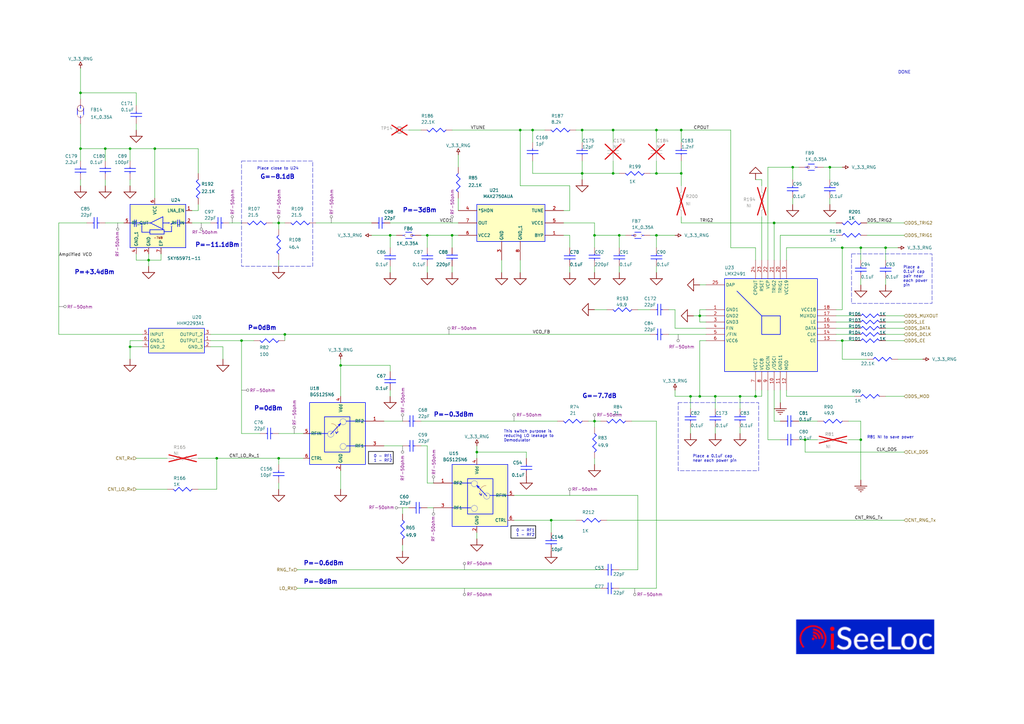
<source format=kicad_sch>
(kicad_sch (version 20231120) (generator "eeschema") (generator_version "8.0")
  (paper "A3")
  (junction (at 325.12 68.58))
  (junction (at 53.34 142.24))
  (junction (at 353.06 180.34))
  (junction (at 33.02 38.1))
  (junction (at 213.36 53.34))
  (junction (at 226.06 213.36))
  (junction (at 33.02 60.96))
  (junction (at 218.44 53.34))
  (junction (at 345.44 139.7))
  (junction (at 185.42 96.52))
  (junction (at 251.46 71.12))
  (junction (at 99.06 139.7))
  (junction (at 175.26 96.52))
  (junction (at 195.58 185.42))
  (junction (at 63.5 60.96))
  (junction (at 345.44 101.6))
  (junction (at 317.5 91.44))
  (junction (at 139.7 149.86))
  (junction (at 160.02 96.52))
  (junction (at 303.53 162.56))
  (junction (at 114.3 91.44))
  (junction (at 43.18 60.96))
  (junction (at 88.9 187.96))
  (junction (at 279.4 53.34))
  (junction (at 330.2 180.34))
  (junction (at 340.36 68.58))
  (junction (at 287.02 162.56))
  (junction (at 269.24 53.34))
  (junction (at 287.02 129.54))
  (junction (at 363.22 101.6))
  (junction (at 269.24 96.52))
  (junction (at 293.37 162.56))
  (junction (at 116.84 137.16))
  (junction (at 53.34 60.96))
  (junction (at 283.21 162.56))
  (junction (at 254 96.52))
  (junction (at 114.3 187.96))
  (junction (at 238.76 71.12))
  (junction (at 243.84 96.52))
  (junction (at 243.84 172.72))
  (junction (at 269.24 71.12))
  (junction (at 353.06 101.6))
  (junction (at 60.96 106.68))
  (junction (at 251.46 53.34))
  (junction (at 279.4 71.12))
  (junction (at 238.76 53.34))
  (junction (at 309.88 162.56))
  (wire (pts (xy 299.72 101.6) (xy 309.88 101.6)))
  (wire (pts (xy 363.22 134.62) (xy 370.84 134.62)))
  (wire (pts (xy 312.42 162.56) (xy 312.42 160.02)))
  (wire (pts (xy 342.9 134.62) (xy 350.52 134.62)))
  (wire (pts (xy 55.88 38.1) (xy 33.02 38.1)))
  (wire (pts (xy 165.1 182.88) (xy 157.48 182.88)))
  (wire (pts (xy 24.13 137.16) (xy 58.42 137.16)))
  (wire (pts (xy 345.44 139.7) (xy 350.52 139.7)))
  (wire (pts (xy 279.4 58.42) (xy 279.4 53.34)))
  (wire (pts (xy 309.88 162.56) (xy 309.88 160.02)))
  (wire (pts (xy 325.12 83.82) (xy 325.12 81.28)))
  (wire (pts (xy 53.34 66.04) (xy 53.34 60.96)))
  (wire (pts (xy 342.9 127) (xy 345.44 127)))
  (wire (pts (xy 314.96 180.34) (xy 314.96 160.02)))
  (wire (pts (xy 53.34 147.32) (xy 53.34 142.24)))
  (wire (pts (xy 345.44 101.6) (xy 353.06 101.6)))
  (wire (pts (xy 363.22 116.84) (xy 363.22 114.3)))
  (wire (pts (xy 114.3 109.22) (xy 114.3 106.68)))
  (wire (pts (xy 185.42 101.6) (xy 185.42 96.52)))
  (wire (pts (xy 233.68 76.2) (xy 213.36 76.2)))
  (wire (pts (xy 254 96.52) (xy 256.54 96.52)))
  (wire (pts (xy 248.92 127) (xy 243.84 127)))
  (wire (pts (xy 353.06 180.34) (xy 353.06 172.72)))
  (wire (pts (xy 213.36 76.2) (xy 213.36 53.34)))
  (wire (pts (xy 35.56 91.44) (xy 24.13 91.44)))
  (wire (pts (xy 254 241.3) (xy 269.24 241.3)))
  (wire (pts (xy 314.96 68.58) (xy 325.12 68.58)))
  (wire (pts (xy 342.9 137.16) (xy 350.52 137.16)))
  (wire (pts (xy 215.9 187.96) (xy 215.9 185.42)))
  (wire (pts (xy 33.02 60.96) (xy 43.18 60.96)))
  (wire (pts (xy 172.72 53.34) (xy 167.64 53.34)))
  (wire (pts (xy 293.37 162.56) (xy 303.53 162.56)))
  (wire (pts (xy 243.84 172.72) (xy 246.38 172.72)))
  (wire (pts (xy 231.14 86.36) (xy 233.68 86.36)))
  (wire (pts (xy 309.88 101.6) (xy 309.88 106.68)))
  (wire (pts (xy 303.53 162.56) (xy 309.88 162.56)))
  (wire (pts (xy 243.84 175.26) (xy 243.84 172.72)))
  (wire (pts (xy 246.38 233.68) (xy 121.92 233.68)))
  (wire (pts (xy 269.24 172.72) (xy 259.08 172.72)))
  (wire (pts (xy 238.76 58.42) (xy 238.76 53.34)))
  (wire (pts (xy 340.36 83.82) (xy 340.36 81.28)))
  (wire (pts (xy 342.9 132.08) (xy 350.52 132.08)))
  (wire (pts (xy 287.02 127) (xy 289.56 127)))
  (wire (pts (xy 317.5 172.72) (xy 317.5 160.02)))
  (wire (pts (xy 233.68 96.52) (xy 231.14 96.52)))
  (wire (pts (xy 160.02 96.52) (xy 162.56 96.52)))
  (wire (pts (xy 342.9 139.7) (xy 345.44 139.7)))
  (wire (pts (xy 293.37 177.8) (xy 293.37 175.26)))
  (wire (pts (xy 99.06 91.44) (xy 93.98 91.44)))
  (wire (pts (xy 238.76 66.04) (xy 238.76 71.12)))
  (wire (pts (xy 175.26 111.76) (xy 175.26 109.22)))
  (wire (pts (xy 276.86 162.56) (xy 276.86 160.02)))
  (wire (pts (xy 114.3 200.66) (xy 114.3 198.12)))
  (wire (pts (xy 289.56 129.54) (xy 287.02 129.54)))
  (wire (pts (xy 269.24 53.34) (xy 279.4 53.34)))
  (wire (pts (xy 165.1 172.72) (xy 157.48 172.72)))
  (wire (pts (xy 241.3 172.72) (xy 243.84 172.72)))
  (wire (pts (xy 66.04 104.14) (xy 66.04 106.68)))
  (wire (pts (xy 363.22 129.54) (xy 370.84 129.54)))
  (wire (pts (xy 276.86 127) (xy 274.32 127)))
  (wire (pts (xy 325.12 68.58) (xy 327.66 68.58)))
  (wire (pts (xy 165.1 208.28) (xy 165.1 210.82)))
  (wire (pts (xy 345.44 127) (xy 345.44 101.6)))
  (wire (pts (xy 43.18 60.96) (xy 53.34 60.96)))
  (wire (pts (xy 355.6 96.52) (xy 370.84 96.52)))
  (wire (pts (xy 335.28 172.72) (xy 327.66 172.72)))
  (wire (pts (xy 187.96 91.44) (xy 160.02 91.44)))
  (wire (pts (xy 243.84 190.5) (xy 243.84 187.96)))
  (wire (pts (xy 254 71.12) (xy 251.46 71.12)))
  (wire (pts (xy 218.44 58.42) (xy 218.44 53.34)))
  (wire (pts (xy 226.06 213.36) (xy 236.22 213.36)))
  (wire (pts (xy 187.96 68.58) (xy 187.96 63.5)))
  (wire (pts (xy 330.2 185.42) (xy 330.2 180.34)))
  (wire (pts (xy 152.4 96.52) (xy 160.02 96.52)))
  (wire (pts (xy 114.3 187.96) (xy 114.3 190.5)))
  (wire (pts (xy 114.3 93.98) (xy 114.3 91.44)))
  (wire (pts (xy 251.46 58.42) (xy 251.46 53.34)))
  (wire (pts (xy 205.74 111.76) (xy 205.74 106.68)))
  (wire (pts (xy 106.68 177.8) (xy 99.06 177.8)))
  (wire (pts (xy 88.9 187.96) (xy 114.3 187.96)))
  (wire (pts (xy 363.22 162.56) (xy 370.84 162.56)))
  (wire (pts (xy 320.04 172.72) (xy 317.5 172.72)))
  (wire (pts (xy 187.96 86.36) (xy 187.96 81.28)))
  (wire (pts (xy 33.02 76.2) (xy 33.02 73.66)))
  (wire (pts (xy 99.06 139.7) (xy 104.14 139.7)))
  (wire (pts (xy 243.84 96.52) (xy 254 96.52)))
  (wire (pts (xy 238.76 71.12) (xy 218.44 71.12)))
  (wire (pts (xy 152.4 91.44) (xy 129.54 91.44)))
  (wire (pts (xy 312.42 76.2) (xy 312.42 73.66)))
  (wire (pts (xy 175.26 182.88) (xy 172.72 182.88)))
  (wire (pts (xy 215.9 185.42) (xy 195.58 185.42)))
  (wire (pts (xy 233.68 86.36) (xy 233.68 76.2)))
  (wire (pts (xy 269.24 96.52) (xy 276.86 96.52)))
  (wire (pts (xy 353.06 106.68) (xy 353.06 101.6)))
  (wire (pts (xy 160.02 101.6) (xy 160.02 96.52)))
  (wire (pts (xy 325.12 73.66) (xy 325.12 68.58)))
  (wire (pts (xy 68.58 200.66) (xy 55.88 200.66)))
  (wire (pts (xy 293.37 167.64) (xy 293.37 162.56)))
  (wire (pts (xy 261.62 203.2) (xy 210.82 203.2)))
  (wire (pts (xy 269.24 71.12) (xy 279.4 71.12)))
  (wire (pts (xy 55.88 53.34) (xy 55.88 50.8)))
  (wire (pts (xy 269.24 101.6) (xy 269.24 96.52)))
  (wire (pts (xy 91.44 147.32) (xy 91.44 142.24)))
  (wire (pts (xy 210.82 213.36) (xy 226.06 213.36)))
  (wire (pts (xy 195.58 185.42) (xy 195.58 182.88)))
  (wire (pts (xy 269.24 111.76) (xy 269.24 109.22)))
  (wire (pts (xy 175.26 198.12) (xy 175.26 182.88)))
  (wire (pts (xy 63.5 60.96) (xy 81.28 60.96)))
  (wire (pts (xy 254 111.76) (xy 254 109.22)))
  (wire (pts (xy 43.18 76.2) (xy 43.18 73.66)))
  (wire (pts (xy 337.82 68.58) (xy 340.36 68.58)))
  (wire (pts (xy 279.4 76.2) (xy 279.4 71.12)))
  (wire (pts (xy 165.1 226.06) (xy 165.1 223.52)))
  (wire (pts (xy 287.02 139.7) (xy 289.56 139.7)))
  (wire (pts (xy 33.02 66.04) (xy 33.02 60.96)))
  (wire (pts (xy 167.64 208.28) (xy 165.1 208.28)))
  (wire (pts (xy 177.8 198.12) (xy 175.26 198.12)))
  (wire (pts (xy 43.18 66.04) (xy 43.18 60.96)))
  (wire (pts (xy 289.56 134.62) (xy 276.86 134.62)))
  (wire (pts (xy 55.88 106.68) (xy 55.88 104.14)))
  (wire (pts (xy 53.34 139.7) (xy 58.42 139.7)))
  (wire (pts (xy 279.4 71.12) (xy 279.4 66.04)))
  (wire (pts (xy 370.84 91.44) (xy 355.6 91.44)))
  (wire (pts (xy 283.21 162.56) (xy 287.02 162.56)))
  (wire (pts (xy 60.96 106.68) (xy 60.96 104.14)))
  (wire (pts (xy 287.02 132.08) (xy 287.02 129.54)))
  (wire (pts (xy 116.84 139.7) (xy 116.84 137.16)))
  (wire (pts (xy 238.76 53.34) (xy 251.46 53.34)))
  (wire (pts (xy 276.86 134.62) (xy 276.86 127)))
  (wire (pts (xy 248.92 213.36) (xy 370.84 213.36)))
  (wire (pts (xy 251.46 71.12) (xy 238.76 71.12)))
  (wire (pts (xy 213.36 53.34) (xy 218.44 53.34)))
  (wire (pts (xy 53.34 60.96) (xy 63.5 60.96)))
  (wire (pts (xy 81.28 83.82) (xy 81.28 86.36)))
  (wire (pts (xy 185.42 111.76) (xy 185.42 109.22)))
  (wire (pts (xy 378.46 147.32) (xy 368.3 147.32)))
  (wire (pts (xy 293.37 162.56) (xy 287.02 162.56)))
  (wire (pts (xy 172.72 96.52) (xy 175.26 96.52)))
  (wire (pts (xy 340.36 68.58) (xy 345.44 68.58)))
  (wire (pts (xy 236.22 53.34) (xy 238.76 53.34)))
  (wire (pts (xy 322.58 101.6) (xy 345.44 101.6)))
  (wire (pts (xy 246.38 241.3) (xy 121.92 241.3)))
  (wire (pts (xy 160.02 162.56) (xy 160.02 160.02)))
  (wire (pts (xy 347.98 172.72) (xy 353.06 172.72)))
  (wire (pts (xy 55.88 43.18) (xy 55.88 38.1)))
  (wire (pts (xy 177.8 208.28) (xy 175.26 208.28)))
  (wire (pts (xy 283.21 177.8) (xy 283.21 175.26)))
  (wire (pts (xy 353.06 101.6) (xy 363.22 101.6)))
  (wire (pts (xy 81.28 187.96) (xy 88.9 187.96)))
  (wire (pts (xy 233.68 111.76) (xy 233.68 109.22)))
  (wire (pts (xy 322.58 106.68) (xy 322.58 101.6)))
  (wire (pts (xy 287.02 129.54) (xy 287.02 127)))
  (wire (pts (xy 363.22 137.16) (xy 370.84 137.16)))
  (wire (pts (xy 111.76 91.44) (xy 114.3 91.44)))
  (wire (pts (xy 160.02 152.4) (xy 160.02 149.86)))
  (wire (pts (xy 99.06 177.8) (xy 99.06 139.7)))
  (wire (pts (xy 81.28 200.66) (xy 88.9 200.66)))
  (wire (pts (xy 299.72 53.34) (xy 299.72 101.6)))
  (wire (pts (xy 185.42 96.52) (xy 187.96 96.52)))
  (wire (pts (xy 33.02 60.96) (xy 33.02 50.8)))
  (wire (pts (xy 213.36 111.76) (xy 213.36 106.68)))
  (wire (pts (xy 317.5 91.44) (xy 342.9 91.44)))
  (wire (pts (xy 139.7 149.86) (xy 139.7 147.32)))
  (wire (pts (xy 124.46 187.96) (xy 114.3 187.96)))
  (wire (pts (xy 269.24 58.42) (xy 269.24 53.34)))
  (wire (pts (xy 350.52 162.56) (xy 322.58 162.56)))
  (wire (pts (xy 287.02 162.56) (xy 287.02 139.7)))
  (wire (pts (xy 226.06 218.44) (xy 226.06 213.36)))
  (wire (pts (xy 363.22 101.6) (xy 368.3 101.6)))
  (wire (pts (xy 340.36 73.66) (xy 340.36 68.58)))
  (wire (pts (xy 53.34 142.24) (xy 53.34 139.7)))
  (wire (pts (xy 218.44 53.34) (xy 223.52 53.34)))
  (wire (pts (xy 243.84 111.76) (xy 243.84 109.22)))
  (wire (pts (xy 330.2 180.34) (xy 335.28 180.34)))
  (wire (pts (xy 266.7 127) (xy 261.62 127)))
  (wire (pts (xy 175.26 101.6) (xy 175.26 96.52)))
  (wire (pts (xy 243.84 96.52) (xy 243.84 91.44)))
  (wire (pts (xy 66.04 106.68) (xy 60.96 106.68)))
  (wire (pts (xy 124.46 177.8) (xy 114.3 177.8)))
  (wire (pts (xy 60.96 106.68) (xy 55.88 106.68)))
  (wire (pts (xy 86.36 137.16) (xy 116.84 137.16)))
  (wire (pts (xy 114.3 91.44) (xy 116.84 91.44)))
  (wire (pts (xy 81.28 86.36) (xy 78.74 86.36)))
  (wire (pts (xy 353.06 196.85) (xy 353.06 180.34)))
  (wire (pts (xy 279.4 88.9) (xy 279.4 91.44)))
  (wire (pts (xy 43.18 91.44) (xy 50.8 91.44)))
  (wire (pts (xy 314.96 106.68) (xy 314.96 68.58)))
  (wire (pts (xy 160.02 149.86) (xy 139.7 149.86)))
  (wire (pts (xy 228.6 172.72) (xy 172.72 172.72)))
  (wire (pts (xy 185.42 53.34) (xy 213.36 53.34)))
  (wire (pts (xy 243.84 91.44) (xy 231.14 91.44)))
  (wire (pts (xy 251.46 71.12) (xy 251.46 66.04)))
  (wire (pts (xy 160.02 111.76) (xy 160.02 109.22)))
  (wire (pts (xy 363.22 106.68) (xy 363.22 101.6)))
  (wire (pts (xy 279.4 53.34) (xy 299.72 53.34)))
  (wire (pts (xy 261.62 233.68) (xy 261.62 203.2)))
  (wire (pts (xy 353.06 116.84) (xy 353.06 114.3)))
  (wire (pts (xy 330.2 185.42) (xy 370.84 185.42)))
  (wire (pts (xy 251.46 53.34) (xy 269.24 53.34)))
  (wire (pts (xy 320.04 96.52) (xy 342.9 96.52)))
  (wire (pts (xy 303.53 167.64) (xy 303.53 162.56)))
  (wire (pts (xy 139.7 162.56) (xy 139.7 149.86)))
  (wire (pts (xy 289.56 137.16) (xy 274.32 137.16)))
  (wire (pts (xy 320.04 106.68) (xy 320.04 96.52)))
  (wire (pts (xy 24.13 91.44) (xy 24.13 137.16)))
  (wire (pts (xy 91.44 142.24) (xy 86.36 142.24)))
  (wire (pts (xy 88.9 200.66) (xy 88.9 187.96)))
  (wire (pts (xy 53.34 76.2) (xy 53.34 73.66)))
  (wire (pts (xy 139.7 200.66) (xy 139.7 193.04)))
  (wire (pts (xy 218.44 71.12) (xy 218.44 66.04)))
  (wire (pts (xy 269.24 241.3) (xy 269.24 172.72)))
  (wire (pts (xy 254 101.6) (xy 254 96.52)))
  (wire (pts (xy 266.7 71.12) (xy 269.24 71.12)))
  (wire (pts (xy 320.04 165.1) (xy 320.04 160.02)))
  (wire (pts (xy 312.42 106.68) (xy 312.42 88.9)))
  (wire (pts (xy 86.36 91.44) (xy 78.74 91.44)))
  (wire (pts (xy 243.84 101.6) (xy 243.84 96.52)))
  (wire (pts (xy 283.21 162.56) (xy 276.86 162.56)))
  (wire (pts (xy 195.58 187.96) (xy 195.58 185.42)))
  (wire (pts (xy 195.58 220.98) (xy 195.58 218.44)))
  (wire (pts (xy 63.5 81.28) (xy 63.5 60.96)))
  (wire (pts (xy 345.44 147.32) (xy 345.44 139.7)))
  (wire (pts (xy 287.02 116.84) (xy 289.56 116.84)))
  (wire (pts (xy 320.04 180.34) (xy 314.96 180.34)))
  (wire (pts (xy 363.22 132.08) (xy 370.84 132.08)))
  (wire (pts (xy 317.5 106.68) (xy 317.5 91.44)))
  (wire (pts (xy 233.68 101.6) (xy 233.68 96.52)))
  (wire (pts (xy 327.66 180.34) (xy 330.2 180.34)))
  (wire (pts (xy 279.4 91.44) (xy 317.5 91.44)))
  (wire (pts (xy 309.88 162.56) (xy 312.42 162.56)))
  (wire (pts (xy 266.7 96.52) (xy 269.24 96.52)))
  (wire (pts (xy 60.96 109.22) (xy 60.96 106.68)))
  (wire (pts (xy 58.42 142.24) (xy 53.34 142.24)))
  (wire (pts (xy 363.22 139.7) (xy 370.84 139.7)))
  (wire (pts (xy 284.48 129.54) (xy 287.02 129.54)))
  (wire (pts (xy 355.6 147.32) (xy 345.44 147.32)))
  (wire (pts (xy 81.28 60.96) (xy 81.28 71.12)))
  (wire (pts (xy 116.84 137.16) (xy 266.7 137.16)))
  (wire (pts (xy 238.76 73.66) (xy 238.76 71.12)))
  (wire (pts (xy 312.42 73.66) (xy 309.88 73.66)))
  (wire (pts (xy 342.9 129.54) (xy 350.52 129.54)))
  (wire (pts (xy 283.21 167.64) (xy 283.21 162.56)))
  (wire (pts (xy 33.02 38.1) (xy 33.02 27.94)))
  (wire (pts (xy 68.58 187.96) (xy 55.88 187.96)))
  (wire (pts (xy 353.06 180.34) (xy 347.98 180.34)))
  (wire (pts (xy 269.24 71.12) (xy 269.24 66.04)))
  (wire (pts (xy 289.56 132.08) (xy 287.02 132.08)))
  (wire (pts (xy 175.26 96.52) (xy 185.42 96.52)))
  (wire (pts (xy 86.36 139.7) (xy 99.06 139.7)))
  (wire (pts (xy 33.02 40.64) (xy 33.02 38.1)))
  (wire (pts (xy 254 233.68) (xy 261.62 233.68)))
  (wire (pts (xy 322.58 162.56) (xy 322.58 160.02)))
  (wire (pts (xy 303.53 177.8) (xy 303.53 175.26)))
  (rectangle (start 349.25 104.14) (end 382.27 124.46) (stroke (width 0) (type dash)))
  (rectangle (start 99.06 66.04) (end 128.27 109.22) (stroke (width 0) (type dash)))
  (rectangle (start 278.13 165.1) (end 311.15 193.04) (stroke (width 0) (type dash)))
  (rectangle (start 161.29 185.166) (end 151.13 190.246) (stroke (width 0.254) (color 0 0 0 1)))
  (rectangle (start 219.71 215.646) (end 209.55 220.726) (stroke (width 0.254) (color 0 0 0 1)))
  (image (at 354.838 261.039) (scale 3.82519))
  (text_box "This switch purpose is\nreducing LO leakage to\nDemodulator" (at 234.188 175.26 0) (size -28.448 6.858) (stroke (width -0.0001) (color 0 0 0 1)) (effects (font (size 1.143 1.143)) (justify left top)))
  (text_box "0 - RF1\n1 - RF2" (at 161.798 185.42 0) (size -9.398 4.572) (stroke (width -0.0001) (color 0 0 0 1)) (effects (font (size 1.143 1.143)) (justify left top)))
  (text_box "Place a \n0.1uF cap \npair near \neach power \npin" (at 369.57 107.95 0) (size 14.478 11.43) (stroke (width -0.0001) (color 0 0 0 1)) (effects (font (size 1.143 1.143)) (justify left top)))
  (text_box "0 - RF1\n1 - RF2" (at 220.218 215.9 0) (size -9.398 4.572) (stroke (width -0.0001) (color 0 0 0 1)) (effects (font (size 1.143 1.143)) (justify left top)))
  (text_box "Place a 0.1uF cap \nnear each power pin" (at 283.21 185.42 0) (size 24.638 4.572) (stroke (width -0.0001) (color 0 0 0 1)) (effects (font (size 1.143 1.143)) (justify left top)))
  (text "Place close to U24" (at 105.41 69.85 0) (effects (font (size 1.143 1.143)) (justify left bottom)))
  (text "R81 NI to save power" (at 355.6 180.086 0) (effects (font (size 1.143 1.143)) (justify left bottom)))
  (text "P=-11.1dBm" (at 80.01 101.6 0) (effects (font (size 1.778 1.778) (thickness 0.3556) (bold yes)) (justify left bottom)))
  (text "G=-8.1dB" (at 106.68 73.66 0) (effects (font (size 1.778 1.778) (thickness 0.3556) (bold yes)) (justify left bottom)))
  (text "P=0dBm" (at 101.6 135.636 0) (effects (font (size 1.778 1.778) (thickness 0.3556) (bold yes)) (justify left bottom)))
  (text "P=+3.4dBm" (at 30.48 112.776 0) (effects (font (size 1.778 1.778) (thickness 0.3556) (bold yes)) (justify left bottom)))
  (text "G=-7.7dB" (at 238.76 163.576 0) (effects (font (size 1.778 1.778) (thickness 0.3556) (bold yes)) (justify left bottom)))
  (text "P=-8dBm" (at 124.46 239.776 0) (effects (font (size 1.778 1.778) (thickness 0.3556) (bold yes)) (justify left bottom)))
  (text "P=-0.6dBm" (at 124.46 232.156 0) (effects (font (size 1.778 1.778) (thickness 0.3556) (bold yes)) (justify left bottom)))
  (text "P=-0.3dBm" (at 177.8 171.196 0) (effects (font (size 1.778 1.778) (thickness 0.3556) (bold yes)) (justify left bottom)))
  (text "P=-3dBm" (at 165.1 87.376 0) (effects (font (size 1.778 1.778) (thickness 0.3556) (bold yes)) (justify left bottom)))
  (text "P=0dBm" (at 104.14 168.656 0) (effects (font (size 1.778 1.778) (thickness 0.3556) (bold yes)) (justify left bottom)))
  (text "DONE" (at 368.3 30.48 0) (effects (font (size 1.27 1.27)) (justify left bottom)))
  (label "CLK_DDS" (at 359.41 185.42 0))
  (label "TRIG2" (at 287.02 91.44 0))
  (label "VTUNE" (at 193.04 53.34 0))
  (label "VCO1" (at 180.34 91.44 0))
  (label "CNT_RNG_Tx" (at 350.52 213.36 0))
  (label "CPOUT" (at 284.48 53.34 0))
  (label "VCO_FB" (at 218.44 137.16 0))
  (label "Amplified VCO" (at 24.13 105.41 0))
  (label "DDS_TRIG2" (at 355.6 91.44 0))
  (label "CNT_LO_Rx_1" (at 93.98 187.96 0))
  (hierarchical_label "CLK_DDS" (shape input) (at 370.84 185.42 0))
  (hierarchical_label "DDS_DCLK" (shape input) (at 370.84 137.16 0))
  (hierarchical_label "DDS_MUXOUT" (shape input) (at 370.84 129.54 0))
  (hierarchical_label "DDS_LE" (shape input) (at 370.84 132.08 0))
  (hierarchical_label "DDS_CE" (shape input) (at 370.84 139.7 0))
  (hierarchical_label "CNT_Rx" (shape input) (at 55.88 187.96 180))
  (hierarchical_label "LO_RX" (shape input) (at 121.92 241.3 180))
  (hierarchical_label "DDS_MOD" (shape input) (at 370.84 162.56 0))
  (hierarchical_label "DDS_DATA" (shape input) (at 370.84 134.62 0))
  (hierarchical_label "DDS_TRIG2" (shape input) (at 370.84 91.44 0))
  (hierarchical_label "CNT_LO_Rx" (shape input) (at 55.88 200.66 180))
  (hierarchical_label "DDS_TRIG1" (shape input) (at 370.84 96.52 0))
  (hierarchical_label "RNG_Tx" (shape input) (at 121.92 233.68 180))
  (hierarchical_label "CNT_RNG_Tx" (shape input) (at 370.84 213.36 0))
  (netclass_flag "" (length 2.54) (shape round) (at 99.06 160.02 270) (property "Netclass" "RF-50ohm" (at 112.9527 160.1518 0) (effects (justify right))))
  (netclass_flag "" (length 2.54) (shape round) (at 210.82 172.72 0) (property "Netclass" "RF-50ohm" (at 222.25 170.18 0) (effects (justify right))))
  (netclass_flag "" (length 2.54) (shape round) (at 95.25 91.44 0) (property "Netclass" "RF-50ohm" (at 95.3818 77.5473 90) (effects (justify right))))
  (netclass_flag "" (length 2.54) (shape round) (at 120.65 177.8 0) (property "Netclass" "RF-50ohm" (at 120.7818 163.9073 90) (effects (justify right))))
  (netclass_flag "" (length 2.54) (shape round) (at 278.13 137.16 180) (property "Netclass" "RF-50ohm" (at 274.32 142.24 0) (effects (justify left))))
  (netclass_flag "" (length 2.54) (shape round) (at 48.26 91.44 180) (property "Netclass" "RF-50ohm" (at 48.1282 105.3327 90) (effects (justify left))))
  (netclass_flag "" (length 2.54) (shape round) (at 165.1 172.72 0) (property "Netclass" "RF-50ohm" (at 165.2318 158.8273 90) (effects (justify right))))
  (netclass_flag "" (length 2.54) (shape round) (at 190.5 233.68 0) (property "Netclass" "RF-50ohm" (at 201.93 231.14 0) (effects (justify right))))
  (netclass_flag "" (length 2.54) (shape round) (at 185.42 91.44 0) (property "Netclass" "RF-50ohm" (at 185.5518 77.5473 90) (effects (justify right))))
  (netclass_flag "" (length 2.54) (shape round) (at 165.1 208.28 90) (property "Netclass" "RF-50ohm" (at 151.2073 208.1482 0) (effects (justify left))))
  (netclass_flag "" (length 2.54) (shape round) (at 190.5 241.3 180) (property "Netclass" "RF-50ohm" (at 201.93 243.84 0) (effects (justify right))))
  (netclass_flag "" (length 2.54) (shape round) (at 243.84 172.72 0) (property "Netclass" "RF-50ohm" (at 255.27 170.18 0) (effects (justify right))))
  (netclass_flag "" (length 2.54) (shape round) (at 177.8 208.28 180) (property "Netclass" "RF-50ohm" (at 177.6682 222.1727 90) (effects (justify left))))
  (netclass_flag "" (length 2.54) (shape round) (at 135.89 91.44 0) (property "Netclass" "RF-50ohm" (at 136.0218 77.5473 90) (effects (justify right))))
  (netclass_flag "" (length 2.54) (shape round) (at 114.3 91.44 0) (property "Netclass" "RF-50ohm" (at 114.4318 77.5473 90) (effects (justify right))))
  (netclass_flag "" (length 2.54) (shape round) (at 82.55 91.44 180) (property "Netclass" "RF-50ohm" (at 78.74 95.25 0) (effects (justify left))))
  (netclass_flag "" (length 2.54) (shape round) (at 184.15 137.16 0) (property "Netclass" "RF-50ohm" (at 195.58 134.62 0) (effects (justify right))))
  (netclass_flag "" (length 2.54) (shape round) (at 24.13 125.73 270) (property "Netclass" "RF-50ohm" (at 38.0227 125.8618 0) (effects (justify right))))
  (netclass_flag "" (length 2.54) (shape round) (at 177.8 198.12 0) (property "Netclass" "RF-50ohm" (at 177.9318 184.2273 90) (effects (justify right))))
  (netclass_flag "" (length 2.54) (shape round) (at 165.1 182.88 180) (property "Netclass" "RF-50ohm" (at 165.1 186.69 90) (effects (justify right))))
  (netclass_flag "" (length 2.54) (shape round) (at 260.35 241.3 180) (property "Netclass" "RF-50ohm" (at 271.78 243.84 0) (effects (justify right))))
  (netclass_flag "" (length 2.54) (shape round) (at 233.68 203.2 0) (property "Netclass" "RF-50ohm" (at 245.11 200.66 0) (effects (justify right))))
  (symbol (lib_id "TruelocationR3_all_project_symbols:GND_SIGNAL_SIGNAL_GROUND") (at 353.06 116.84 0) (unit 1)
    (property "Reference" "#PWR188" (effects (hide yes)))
    (property "Value" "GND_SIGNAL" (effects (hide yes)))
  )
  (symbol (lib_id "TruelocationR3_all_project_symbols:root_3_mirrored_CAP NP") (at 38.1 88.9 0) (unit 1)
    (property "Reference" "C85" (at 33.02 86.36 0) (effects (justify left bottom)))
    (property "Value" "22pF" (at 33.02 88.9 0) (effects (justify left bottom)))
    (property "Footprint" "Library:CAP_CHIP_0402_W24L44H24_RFL" (effects (hide yes)))
    (property "Datasheet" "https://search.murata.co.jp/Ceramy/image/img/A01X/G101/ENG/GCM1555C1HR50BA16-01A.pdf" (effects (hide yes)))
    (property "Description" "CAP CER 22PF 50V C0G/NP0 0402" (effects (hide yes)))
    (property "MANUFACTURER P/N" "GCM1555C1H220JA16D" (effects (hide yes)))
    (property "MANUFACTURER" "MURATA ELECTRONICS" (effects (hide yes)))
  )
  (symbol (lib_id "TruelocationR3_all_project_symbols:root_2_mirrored_CAP NP") (at 360.68 111.76 0) (unit 1)
    (property "Reference" "C93" (at 363.22 109.22 0) (effects (justify left bottom)))
    (property "Value" "0.1uF" (at 363.22 114.3 0) (effects (justify left bottom)))
    (property "Footprint" "Library:CAP_CHIP_0402_W24L44H24_RFL" (effects (hide yes)))
    (property "Datasheet" "https://mm.digikey.com/Volume0/opasdata/d220001/medias/docus/2715/CL05B104KO5NFNC_Spec.pdf" (effects (hide yes)))
    (property "Description" "CAP CER 0.1UF 16V X7R 0402" (effects (hide yes)))
    (property "MANUFACTURER P/N" "CL05B104KO5NFNC" (effects (hide yes)))
    (property "MANUFACTURER" "SAMSUNG" (effects (hide yes)))
  )
  (symbol (lib_id "TruelocationR3_all_project_symbols:root_0_LMX2492") (at 297.18 114.3 0) (unit 1)
    (property "Reference" "U23" (at 297.18 110.49 0) (effects (justify left bottom)))
    (property "Value" "LMX2491" (at 297.18 113.03 0) (effects (justify left bottom)))
    (property "Footprint" "Library:IC_QFN_0.5_W4.1L4.1H0.8_25PIN" (effects (hide yes)))
    (property "Datasheet" "https://www.ti.com/general/docs/suppproductinfo.tsp?distId=10&gotoUrl=https%3A%2F%2Fwww.ti.com%2Flit%2Fgpn%2Flmx2491" (effects (hide yes)))
    (property "Description" "IC FREQ SYNTH 24WQFN" (effects (hide yes)))
    (property "MANUFACTURER P/N" "LMX2491RTWR" (effects (hide yes)))
    (property "MANUFACTURER" "TI" (effects (hide yes)))
  )
  (symbol (lib_id "TruelocationR3_all_project_symbols:root_0_mirrored_SKY65971-11_5") (at 76.2 83.82 0) (unit 1)
    (property "Reference" "U24" (at 70.104 82.804 0) (effects (justify left bottom)))
    (property "Value" "SKY65971-11" (at 68.58 106.68 0) (effects (justify left bottom)))
    (property "Footprint" "Library:IC_QFN_W1.5L1.5H0.50_6PIN" (effects (hide yes)))
    (property "Datasheet" "https://www.skyworksinc.com/-/media/0D637E0CF85D4A29A58FC4533B508C39.pdf" (effects (hide yes)))
    (property "Description" "IC AMP 802.11B/G/N 2-2.5GHZ 6QFN" (effects (hide yes)))
    (property "MANUFACTURER P/N" "SKY65971-11" (effects (hide yes)))
    (property "MANUFACTURER" "SKYWORKS" (effects (hide yes)))
  )
  (symbol (lib_id "TruelocationR3_all_project_symbols:GND_SIGNAL_SIGNAL_GROUND") (at 213.36 111.76 0) (unit 1)
    (property "Reference" "#PWR164" (effects (hide yes)))
    (property "Value" "GND_SIGNAL" (effects (hide yes)))
  )
  (symbol (lib_id "TruelocationR3_all_project_symbols:root_3_mirrored_CAP NP") (at 269.24 124.46 0) (unit 1)
    (property "Reference" "C172" (at 264.16 123.19 0) (effects (justify left bottom)))
    (property "Value" "22pF" (at 264.16 125.73 0) (effects (justify left bottom)))
    (property "Footprint" "Library:CAP_CHIP_0402_W24L44H24_RFL" (effects (hide yes)))
    (property "Datasheet" "https://search.murata.co.jp/Ceramy/image/img/A01X/G101/ENG/GCM1555C1HR50BA16-01A.pdf" (effects (hide yes)))
    (property "Description" "CAP CER 22PF 50V C0G/NP0 0402" (effects (hide yes)))
    (property "MANUFACTURER P/N" "GCM1555C1H220JA16D" (effects (hide yes)))
    (property "MANUFACTURER" "MURATA ELECTRONICS" (effects (hide yes)))
  )
  (symbol (lib_id "TruelocationR3_all_project_symbols:GND_SIGNAL_SIGNAL_GROUND") (at 309.88 73.66 180) (unit 1)
    (property "Reference" "#PWR181" (effects (hide yes)))
    (property "Value" "GND_SIGNAL" (effects (hide yes)))
  )
  (symbol (lib_id "TruelocationR3_all_project_symbols:root_3_mirrored_CAP NP") (at 154.94 88.9 0) (unit 1)
    (property "Reference" "C98" (at 157.48 87.63 0) (effects (justify left bottom)))
    (property "Value" "22pF" (at 157.48 90.17 0) (effects (justify left bottom)))
    (property "Footprint" "Library:CAP_CHIP_0402_W24L44H24_RFL" (effects (hide yes)))
    (property "Datasheet" "https://search.murata.co.jp/Ceramy/image/img/A01X/G101/ENG/GCM1555C1HR50BA16-01A.pdf" (effects (hide yes)))
    (property "Description" "CAP CER 22PF 50V C0G/NP0 0402" (effects (hide yes)))
    (property "MANUFACTURER P/N" "GCM1555C1H220JA16D" (effects (hide yes)))
    (property "MANUFACTURER" "MURATA ELECTRONICS" (effects (hide yes)))
  )
  (symbol (lib_id "TruelocationR3_all_project_symbols:root_2_CAP NP") (at 177.8 106.68 0) (unit 1)
    (property "Reference" "C87" (at 169.672 104.14 0) (effects (justify left bottom)))
    (property "Value" "0.1uF" (at 169.164 109.22 0) (effects (justify left bottom)))
    (property "Footprint" "Library:CAP_CHIP_0402_W24L44H24_RFL" (effects (hide yes)))
    (property "Datasheet" "https://mm.digikey.com/Volume0/opasdata/d220001/medias/docus/2715/CL05B104KO5NFNC_Spec.pdf" (effects (hide yes)))
    (property "Description" "CAP CER 0.1UF 16V X7R 0402" (effects (hide yes)))
    (property "MANUFACTURER P/N" "CL05B104KO5NFNC" (effects (hide yes)))
    (property "MANUFACTURER" "SAMSUNG" (effects (hide yes)))
  )
  (symbol (lib_id "TruelocationR3_all_project_symbols:GND_SIGNAL_SIGNAL_GROUND") (at 139.7 200.66 0) (unit 1)
    (property "Reference" "#PWR153" (effects (hide yes)))
    (property "Value" "GND_SIGNAL" (effects (hide yes)))
  )
  (symbol (lib_id "TruelocationR3_all_project_symbols:GND_SIGNAL_SIGNAL_GROUND") (at 160.02 162.56 0) (unit 1)
    (property "Reference" "#PWR156" (effects (hide yes)))
    (property "Value" "GND_SIGNAL" (effects (hide yes)))
  )
  (symbol (lib_id "TruelocationR3_all_project_symbols:root_2_mirrored_CAP NP") (at 223.52 223.52 0) (unit 1)
    (property "Reference" "C146" (at 226.06 220.98 0) (effects (justify left bottom)))
    (property "Value" "10pF" (at 226.06 226.06 0) (effects (justify left bottom)))
    (property "Footprint" "Library:CAP_CHIP_0402_W24L44H24_RFL" (effects (hide yes)))
    (property "Datasheet" "https://search.kemet.com/download/datasheet/C0402C100J3GAC7867" (effects (hide yes)))
    (property "Description" "CAP CER 10PF 25V C0G/NP0 0402" (effects (hide yes)))
    (property "MANUFACTURER P/N" "C0402C100J3GACTU" (effects (hide yes)))
    (property "MANUFACTURER" "KEMET" (effects (hide yes)))
  )
  (symbol (lib_id "TruelocationR3_all_project_symbols:GND_SIGNAL_SIGNAL_GROUND") (at 215.9 195.58 0) (unit 1)
    (property "Reference" "#PWR165" (effects (hide yes)))
    (property "Value" "GND_SIGNAL" (effects (hide yes)))
  )
  (symbol (lib_id "TruelocationR3_all_project_symbols:root_3_mirrored_CAP NP") (at 248.92 231.14 0) (unit 1)
    (property "Reference" "C53" (at 243.84 233.68 0) (effects (justify left bottom)))
    (property "Value" "22pF" (at 251.46 236.22 0) (effects (justify left bottom)))
    (property "Footprint" "Library:CAP_CHIP_0402_W24L44H24_RFL" (effects (hide yes)))
    (property "Datasheet" "https://search.murata.co.jp/Ceramy/image/img/A01X/G101/ENG/GCM1555C1HR50BA16-01A.pdf" (effects (hide yes)))
    (property "Description" "CAP CER 22PF 50V C0G/NP0 0402" (effects (hide yes)))
    (property "MANUFACTURER P/N" "GCM1555C1H220JA16D" (effects (hide yes)))
    (property "MANUFACTURER" "MURATA ELECTRONICS" (effects (hide yes)))
  )
  (symbol (lib_id "TruelocationR3_all_project_symbols:root_3_RESISTOR") (at 264.16 68.58 0) (unit 1)
    (property "Reference" "R199" (at 257.81 69.088 0) (effects (justify left bottom)))
    (property "Value" "1K" (at 258.064 75.184 0) (effects (justify left bottom)))
    (property "Footprint" "Library:CAP_CHIP_0402_W24L44H24_RFL" (effects (hide yes)))
    (property "Datasheet" "https://www.yageo.com/upload/media/product/products/datasheet/rchip/PYu-RC_Group_51_RoHS_L_12.pdf" (effects (hide yes)))
    (property "Description" "RES 1K OHM 1% 1/16W 0402" (effects (hide yes)))
    (property "MANUFACTURER P/N" "RC0402FR-071KL" (effects (hide yes)))
    (property "MANUFACTURER" "YAGEO" (effects (hide yes)))
  )
  (symbol (lib_id "TruelocationR3_all_project_symbols:root_1_R") (at 353.06 165.1 0) (unit 1)
    (property "Reference" "R99" (at 349.25 161.29 0) (effects (justify left bottom)))
    (property "Value" "1K" (at 350.52 165.1 0) (effects (justify left bottom)))
    (property "Footprint" "Library:CAP_CHIP_0402_W24L44H24_RFL" (effects (hide yes)))
    (property "Datasheet" "https://www.yageo.com/upload/media/product/products/datasheet/rchip/PYu-RC_Group_51_RoHS_L_12.pdf" (effects (hide yes)))
    (property "Description" "RES 1K OHM 1% 1/16W 0402" (effects (hide yes)))
    (property "MANUFACTURER P/N" "RC0402FR-071KL" (effects (hide yes)))
    (property "MANUFACTURER" "YAGEO" (effects (hide yes)))
  )
  (symbol (lib_id "TruelocationR3_all_project_symbols:root_3_mirrored_CAP NP") (at 88.9 88.9 0) (unit 1)
    (property "Reference" "C97" (at 83.82 87.63 0) (effects (justify left bottom)))
    (property "Value" "22pF" (at 83.82 90.17 0) (effects (justify left bottom)))
    (property "Footprint" "Library:CAP_CHIP_0402_W24L44H24_RFL" (effects (hide yes)))
    (property "Datasheet" "https://search.murata.co.jp/Ceramy/image/img/A01X/G101/ENG/GCM1555C1HR50BA16-01A.pdf" (effects (hide yes)))
    (property "Description" "CAP CER 22PF 50V C0G/NP0 0402" (effects (hide yes)))
    (property "MANUFACTURER P/N" "GCM1555C1H220JA16D" (effects (hide yes)))
    (property "MANUFACTURER" "MURATA ELECTRONICS" (effects (hide yes)))
  )
  (symbol (lib_id "TruelocationR3_all_project_symbols:GND_SIGNAL_SIGNAL_GROUND") (at 283.21 177.8 0) (unit 1)
    (property "Reference" "#PWR178" (effects (hide yes)))
    (property "Value" "GND_SIGNAL" (effects (hide yes)))
  )
  (symbol (lib_id "TruelocationR3_all_project_symbols:root_2_mirrored_CAP NP") (at 322.58 78.74 0) (unit 1)
    (property "Reference" "C95" (at 325.12 76.2 0) (effects (justify left bottom)))
    (property "Value" "0.1uF" (at 325.12 81.28 0) (effects (justify left bottom)))
    (property "Footprint" "Library:CAP_CHIP_0402_W24L44H24_RFL" (effects (hide yes)))
    (property "Datasheet" "https://mm.digikey.com/Volume0/opasdata/d220001/medias/docus/2715/CL05B104KO5NFNC_Spec.pdf" (effects (hide yes)))
    (property "Description" "CAP CER 0.1UF 16V X7R 0402" (effects (hide yes)))
    (property "MANUFACTURER P/N" "CL05B104KO5NFNC" (effects (hide yes)))
    (property "MANUFACTURER" "SAMSUNG" (effects (hide yes)))
  )
  (symbol (lib_id "TruelocationR3_all_project_symbols:root_0_RESISTOR") (at 309.88 78.74 0) (unit 1) (dnp yes)
    (property "Reference" "R194" (at 304.8 82.55 0) (effects (justify left bottom)))
    (property "Value" "NI" (at 306.07 85.09 0) (effects (justify left bottom)))
    (property "Footprint" "Library:CAP_CHIP_0402_W24L44H24_RFL" (effects (hide yes)))
    (property "MANUFACTURER P/N" "DoNotPurchase" (effects (hide yes)))
  )
  (symbol (lib_id "TruelocationR3_all_project_symbols:root_3_mirrored_CAP NP") (at 170.18 205.74 0) (unit 1)
    (property "Reference" "C60" (at 163.83 204.47 0) (effects (justify left bottom)))
    (property "Value" "22pF" (at 163.83 207.01 0) (effects (justify left bottom)))
    (property "Footprint" "Library:CAP_CHIP_0402_W24L44H24_RFL" (effects (hide yes)))
    (property "Datasheet" "https://search.murata.co.jp/Ceramy/image/img/A01X/G101/ENG/GCM1555C1HR50BA16-01A.pdf" (effects (hide yes)))
    (property "Description" "CAP CER 22PF 50V C0G/NP0 0402" (effects (hide yes)))
    (property "MANUFACTURER P/N" "GCM1555C1H220JA16D" (effects (hide yes)))
    (property "MANUFACTURER" "MURATA ELECTRONICS" (effects (hide yes)))
  )
  (symbol (lib_id "TruelocationR3_all_project_symbols:root_3_RESISTOR") (at 345.44 170.18 0) (unit 1)
    (property "Reference" "R90" (at 337.82 167.64 0) (effects (justify left bottom)))
    (property "Value" "49.9" (at 337.82 170.18 0) (effects (justify left bottom)))
    (property "Footprint" "Library:CAP_CHIP_0402_W24L44H24_RFL" (effects (hide yes)))
    (property "Datasheet" "https://www.yageo.com/upload/media/product/products/datasheet/rchip/PYu-RC_Group_51_RoHS_L_12.pdf" (effects (hide yes)))
    (property "Description" "RES 49.9 OHM 1% 1/16W 0402" (effects (hide yes)))
    (property "MANUFACTURER P/N" "RC0402FR-0749R9L" (effects (hide yes)))
    (property "MANUFACTURER" "YAGEO" (effects (hide yes)))
  )
  (symbol (lib_id "TruelocationR3_all_project_symbols:root_1_mirrored_RESISTOR") (at 365.76 149.86 0) (unit 1)
    (property "Reference" "R100" (at 353.06 146.05 0) (effects (justify left bottom)))
    (property "Value" "22.1K" (at 353.06 149.86 0) (effects (justify left bottom)))
    (property "Footprint" "Library:CAP_CHIP_0402_W24L44H24_RFL" (effects (hide yes)))
    (property "Datasheet" "https://www.seielect.com/catalog/sei-rmcf_rmcp.pdf" (effects (hide yes)))
    (property "Description" "RES 22.1K OHM 1% 1/16W 0402" (effects (hide yes)))
    (property "MANUFACTURER P/N" "RMCF0402FT22K1" (effects (hide yes)))
    (property "MANUFACTURER" "STACKPOLE" (effects (hide yes)))
  )
  (symbol (lib_id "TruelocationR3_all_project_symbols:root_2_mirrored_CAP NP") (at 337.82 78.74 0) (unit 1)
    (property "Reference" "C96" (at 340.36 76.2 0) (effects (justify left bottom)))
    (property "Value" "0.1uF" (at 340.36 81.28 0) (effects (justify left bottom)))
    (property "Footprint" "Library:CAP_CHIP_0402_W24L44H24_RFL" (effects (hide yes)))
    (property "Datasheet" "https://mm.digikey.com/Volume0/opasdata/d220001/medias/docus/2715/CL05B104KO5NFNC_Spec.pdf" (effects (hide yes)))
    (property "Description" "CAP CER 0.1UF 16V X7R 0402" (effects (hide yes)))
    (property "MANUFACTURER P/N" "CL05B104KO5NFNC" (effects (hide yes)))
    (property "MANUFACTURER" "SAMSUNG" (effects (hide yes)))
  )
  (symbol (lib_id "TruelocationR3_all_project_symbols:GND_SIGNAL_SIGNAL_GROUND") (at 269.24 111.76 0) (unit 1)
    (property "Reference" "#PWR173" (effects (hide yes)))
    (property "Value" "GND_SIGNAL" (effects (hide yes)))
  )
  (symbol (lib_id "TruelocationR3_all_project_symbols:GND_SIGNAL_SIGNAL_GROUND") (at 254 111.76 0) (unit 1)
    (property "Reference" "#PWR172" (effects (hide yes)))
    (property "Value" "GND_SIGNAL" (effects (hide yes)))
  )
  (symbol (lib_id "TruelocationR3_all_project_symbols:root_2_mirrored_CAP NP") (at 248.92 63.5 0) (unit 1) (dnp yes)
    (property "Reference" "C176" (at 251.46 58.42 0) (effects (justify left bottom)))
    (property "Value" "NI" (at 251.46 60.96 0) (effects (justify left bottom)))
    (property "Footprint" "Library:CAP_CHIP_0402_W24L44H24_RFL" (effects (hide yes)))
    (property "MANUFACTURER P/N" "DoNotPurchase" (effects (hide yes)))
  )
  (symbol (lib_id "TruelocationR3_all_project_symbols:GND_SIGNAL_SIGNAL_GROUND") (at 175.26 111.76 0) (unit 1)
    (property "Reference" "#PWR158" (effects (hide yes)))
    (property "Value" "GND_SIGNAL" (effects (hide yes)))
  )
  (symbol (lib_id "TruelocationR3_all_project_symbols:V_3.3_RNG_ARROW") (at 378.46 147.32 90) (unit 1)
    (property "Reference" "#PWR191" (effects (hide yes)))
    (property "Value" "V_3.3_RNG" (at 382.27 147.32 90) (effects (justify right)))
  )
  (symbol (lib_id "TruelocationR3_all_project_symbols:root_2_CAP NP") (at 218.44 193.04 0) (unit 1)
    (property "Reference" "C54" (at 210.312 190.5 0) (effects (justify left bottom)))
    (property "Value" "0.1uF" (at 209.804 195.58 0) (effects (justify left bottom)))
    (property "Footprint" "Library:CAP_CHIP_0402_W24L44H24_RFL" (effects (hide yes)))
    (property "Datasheet" "https://mm.digikey.com/Volume0/opasdata/d220001/medias/docus/2715/CL05B104KO5NFNC_Spec.pdf" (effects (hide yes)))
    (property "Description" "CAP CER 0.1UF 16V X7R 0402" (effects (hide yes)))
    (property "MANUFACTURER P/N" "CL05B104KO5NFNC" (effects (hide yes)))
    (property "MANUFACTURER" "SAMSUNG" (effects (hide yes)))
  )
  (symbol (lib_id "TruelocationR3_all_project_symbols:root_3_mirrored_CAP NP") (at 322.58 170.18 0) (unit 1)
    (property "Reference" "C81" (at 327.66 170.18 0) (effects (justify left bottom)))
    (property "Value" "0.1uF" (at 327.66 172.72 0) (effects (justify left bottom)))
    (property "Footprint" "Library:CAP_CHIP_0402_W24L44H24_RFL" (effects (hide yes)))
    (property "Datasheet" "https://mm.digikey.com/Volume0/opasdata/d220001/medias/docus/2715/CL05B104KO5NFNC_Spec.pdf" (effects (hide yes)))
    (property "Description" "CAP CER 0.1UF 16V X7R 0402" (effects (hide yes)))
    (property "MANUFACTURER P/N" "CL05B104KO5NFNC" (effects (hide yes)))
    (property "MANUFACTURER" "SAMSUNG" (effects (hide yes)))
  )
  (symbol (lib_id "TruelocationR3_all_project_symbols:root_0_CAP NP") (at 182.88 104.14 0) (unit 1)
    (property "Reference" "C88" (at 179.832 104.14 0) (effects (justify left bottom)))
    (property "Value" "220pF" (at 178.816 109.22 0) (effects (justify left bottom)))
    (property "Footprint" "Library:CAP_CHIP_0402_W24L44H24_RFL" (effects (hide yes)))
    (property "Datasheet" "https://www.passivecomponent.com/wp-content/uploads/datasheet/WTC_MLCC_General_Purpose.pdf" (effects (hide yes)))
    (property "Description" "CAP CER 220PF 25V C0G/NP0 0402" (effects (hide yes)))
    (property "MANUFACTURER P/N" "0402N221J250CT" (effects (hide yes)))
    (property "MANUFACTURER" "WALSIN" (effects (hide yes)))
  )
  (symbol (lib_id "TruelocationR3_all_project_symbols:GND_SIGNAL_SIGNAL_GROUND") (at 287.02 116.84 270) (unit 1)
    (property "Reference" "#PWR177" (effects (hide yes)))
    (property "Value" "GND_SIGNAL" (effects (hide yes)))
  )
  (symbol (lib_id "TruelocationR3_all_project_symbols:root_2_mirrored_CAP NP") (at 111.76 195.58 0) (unit 1)
    (property "Reference" "C156" (at 106.68 193.04 0) (effects (justify left bottom)))
    (property "Value" "10pF" (at 106.68 195.58 0) (effects (justify left bottom)))
    (property "Footprint" "Library:CAP_CHIP_0402_W24L44H24_RFL" (effects (hide yes)))
    (property "Datasheet" "https://search.kemet.com/download/datasheet/C0402C100J3GAC7867" (effects (hide yes)))
    (property "Description" "CAP CER 10PF 25V C0G/NP0 0402" (effects (hide yes)))
    (property "MANUFACTURER P/N" "C0402C100J3GACTU" (effects (hide yes)))
    (property "MANUFACTURER" "KEMET" (effects (hide yes)))
  )
  (symbol (lib_id "TruelocationR3_all_project_symbols:GND_SIGNAL_SIGNAL_GROUND") (at 293.37 177.8 0) (unit 1)
    (property "Reference" "#PWR179" (effects (hide yes)))
    (property "Value" "GND_SIGNAL" (effects (hide yes)))
  )
  (symbol (lib_id "TruelocationR3_all_project_symbols:GND_SIGNAL_SIGNAL_GROUND") (at 303.53 177.8 0) (unit 1)
    (property "Reference" "#PWR180" (effects (hide yes)))
    (property "Value" "GND_SIGNAL" (effects (hide yes)))
  )
  (symbol (lib_id "TruelocationR3_all_project_symbols:root_3_RESISTOR") (at 233.68 50.8 0) (unit 1)
    (property "Reference" "R187" (at 226.06 48.26 0) (effects (justify left bottom)))
    (property "Value" "8.2k" (at 226.06 50.8 0) (effects (justify left bottom)))
    (property "Footprint" "Library:CAP_CHIP_0402_W24L44H24_RFL" (effects (hide yes)))
    (property "Datasheet" "https://www.yageo.com/upload/media/product/products/datasheet/rchip/PYu-RC_Group_51_RoHS_L_12.pdf" (effects (hide yes)))
    (property "Description" "RES 8.2K OHM 1% 1/16W 0402" (effects (hide yes)))
    (property "MANUFACTURER P/N" "RC0402FR-078K2L" (effects (hide yes)))
    (property "MANUFACTURER" "YAGEO" (effects (hide yes)))
  )
  (symbol (lib_id "TruelocationR3_all_project_symbols:root_3_mirrored_RESISTOR") (at 231.14 170.18 0) (unit 1)
    (property "Reference" "R74" (at 233.68 167.64 0) (effects (justify left bottom)))
    (property "Value" "21" (at 233.68 170.18 0) (effects (justify left bottom)))
    (property "Footprint" "Library:CAP_CHIP_0402_W24L44H24_RFL" (effects (hide yes)))
    (property "Datasheet" "https://www.yageo.com/upload/media/product/products/datasheet/rchip/PYu-RC_Group_51_RoHS_L_12.pdf" (effects (hide yes)))
    (property "Description" "RES 21 OHM 1% 1/16W 0402" (effects (hide yes)))
    (property "MANUFACTURER P/N" "RC0402FR-0721RL" (effects (hide yes)))
    (property "MANUFACTURER" "YAGEO" (effects (hide yes)))
  )
  (symbol (lib_id "TruelocationR3_all_project_symbols:root_0_FBEAD") (at 259.08 93.98 0) (unit 1)
    (property "Reference" "FB7" (at 259.08 91.44 0) (effects (justify left bottom)))
    (property "Value" "1K_0.35A" (at 259.08 93.98 0) (effects (justify left bottom)))
    (property "Footprint" "Library:CAP_CHIP_0402_W24L44H24_RFL" (effects (hide yes)))
    (property "Datasheet" "https://www.murata.com/en-us/products/productdata/8796740059166/ENFA0018.pdf" (effects (hide yes)))
    (property "Description" "FERRITE BEAD 1 KOHM 0402 1LN" (effects (hide yes)))
    (property "MANUFACTURER P/N" "BLM15AX102SN1D" (effects (hide yes)))
    (property "MANUFACTURER" "MURATA ELECTRONICS" (effects (hide yes)))
  )
  (symbol (lib_id "TruelocationR3_all_project_symbols:GND_SIGNAL_SIGNAL_GROUND") (at 60.96 109.22 0) (unit 1)
    (property "Reference" "#PWR148" (effects (hide yes)))
    (property "Value" "GND_SIGNAL" (effects (hide yes)))
  )
  (symbol (lib_id "TruelocationR3_all_project_symbols:GND_SIGNAL_SIGNAL_GROUND") (at 160.02 111.76 0) (unit 1)
    (property "Reference" "#PWR155" (effects (hide yes)))
    (property "Value" "GND_SIGNAL" (effects (hide yes)))
  )
  (symbol (lib_id "TruelocationR3_all_project_symbols:root_3_mirrored_CAP NP") (at 322.58 177.8 0) (unit 1)
    (property "Reference" "C80" (at 327.66 177.8 0) (effects (justify left bottom)))
    (property "Value" "0.1uF" (at 327.66 180.34 0) (effects (justify left bottom)))
    (property "Footprint" "Library:CAP_CHIP_0402_W24L44H24_RFL" (effects (hide yes)))
    (property "Datasheet" "https://mm.digikey.com/Volume0/opasdata/d220001/medias/docus/2715/CL05B104KO5NFNC_Spec.pdf" (effects (hide yes)))
    (property "Description" "CAP CER 0.1UF 16V X7R 0402" (effects (hide yes)))
    (property "MANUFACTURER P/N" "CL05B104KO5NFNC" (effects (hide yes)))
    (property "MANUFACTURER" "SAMSUNG" (effects (hide yes)))
  )
  (symbol (lib_id "TruelocationR3_all_project_symbols:root_3_mirrored_CAP NP") (at 167.64 170.18 0) (unit 1)
    (property "Reference" "C68" (at 171.45 168.91 0) (effects (justify left bottom)))
    (property "Value" "22pF" (at 171.45 171.45 0) (effects (justify left bottom)))
    (property "Footprint" "Library:CAP_CHIP_0402_W24L44H24_RFL" (effects (hide yes)))
    (property "Datasheet" "https://search.murata.co.jp/Ceramy/image/img/A01X/G101/ENG/GCM1555C1HR50BA16-01A.pdf" (effects (hide yes)))
    (property "Description" "CAP CER 22PF 50V C0G/NP0 0402" (effects (hide yes)))
    (property "MANUFACTURER P/N" "GCM1555C1H220JA16D" (effects (hide yes)))
    (property "MANUFACTURER" "MURATA ELECTRONICS" (effects (hide yes)))
  )
  (symbol (lib_id "TruelocationR3_all_project_symbols:root_0_FBEAD") (at 330.2 66.04 0) (unit 1)
    (property "Reference" "FB9" (at 330.2 63.5 0) (effects (justify left bottom)))
    (property "Value" "1K_0.35A" (at 330.2 66.04 0) (effects (justify left bottom)))
    (property "Footprint" "Library:CAP_CHIP_0402_W24L44H24_RFL" (effects (hide yes)))
    (property "Datasheet" "https://www.murata.com/en-us/products/productdata/8796740059166/ENFA0018.pdf" (effects (hide yes)))
    (property "Description" "FERRITE BEAD 1 KOHM 0402 1LN" (effects (hide yes)))
    (property "MANUFACTURER P/N" "BLM15AX102SN1D" (effects (hide yes)))
    (property "MANUFACTURER" "MURATA ELECTRONICS" (effects (hide yes)))
  )
  (symbol (lib_id "TruelocationR3_all_project_symbols:V_3.3_RNG_ARROW") (at 187.96 63.5 180) (unit 1)
    (property "Reference" "#PWR160" (effects (hide yes)))
    (property "Value" "V_3.3_RNG" (at 187.96 59.69 0))
  )
  (symbol (lib_id "TruelocationR3_all_project_symbols:root_1_R") (at 353.06 142.24 0) (unit 1)
    (property "Reference" "R101" (at 347.98 139.7 0) (effects (justify left bottom)))
    (property "Value" "1K" (at 360.68 139.7 0) (effects (justify left bottom)))
    (property "Footprint" "Library:CAP_CHIP_0402_W24L44H24_RFL" (effects (hide yes)))
    (property "Datasheet" "https://www.yageo.com/upload/media/product/products/datasheet/rchip/PYu-RC_Group_51_RoHS_L_12.pdf" (effects (hide yes)))
    (property "Description" "RES 1K OHM 1% 1/16W 0402" (effects (hide yes)))
    (property "MANUFACTURER P/N" "RC0402FR-071KL" (effects (hide yes)))
    (property "MANUFACTURER" "YAGEO" (effects (hide yes)))
  )
  (symbol (lib_id "TruelocationR3_all_project_symbols:root_2_CAP NP") (at 162.56 157.48 0) (unit 1)
    (property "Reference" "C67" (at 154.432 154.94 0) (effects (justify left bottom)))
    (property "Value" "0.1uF" (at 153.924 160.02 0) (effects (justify left bottom)))
    (property "Footprint" "Library:CAP_CHIP_0402_W24L44H24_RFL" (effects (hide yes)))
    (property "Datasheet" "https://mm.digikey.com/Volume0/opasdata/d220001/medias/docus/2715/CL05B104KO5NFNC_Spec.pdf" (effects (hide yes)))
    (property "Description" "CAP CER 0.1UF 16V X7R 0402" (effects (hide yes)))
    (property "MANUFACTURER P/N" "CL05B104KO5NFNC" (effects (hide yes)))
    (property "MANUFACTURER" "SAMSUNG" (effects (hide yes)))
  )
  (symbol (lib_id "TruelocationR3_all_project_symbols:root_2_mirrored_CAP NP") (at 290.83 172.72 0) (unit 1)
    (property "Reference" "C173" (at 293.37 170.18 0) (effects (justify left bottom)))
    (property "Value" "0.1uF" (at 293.37 175.26 0) (effects (justify left bottom)))
    (property "Footprint" "Library:CAP_CHIP_0402_W24L44H24_RFL" (effects (hide yes)))
    (property "Datasheet" "https://mm.digikey.com/Volume0/opasdata/d220001/medias/docus/2715/CL05B104KO5NFNC_Spec.pdf" (effects (hide yes)))
    (property "Description" "CAP CER 0.1UF 16V X7R 0402" (effects (hide yes)))
    (property "MANUFACTURER P/N" "CL05B104KO5NFNC" (effects (hide yes)))
    (property "MANUFACTURER" "SAMSUNG" (effects (hide yes)))
  )
  (symbol (lib_id "TruelocationR3_all_project_symbols:root_3_mirrored_RESISTOR") (at 175.26 50.8 0) (unit 1)
    (property "Reference" "R186" (at 172.72 48.26 0) (effects (justify left bottom)))
    (property "Value" "22.1K" (at 172.72 50.8 0) (effects (justify left bottom)))
    (property "Footprint" "Library:CAP_CHIP_0402_W24L44H24_RFL" (effects (hide yes)))
    (property "Datasheet" "https://www.seielect.com/catalog/sei-rmcf_rmcp.pdf" (effects (hide yes)))
    (property "Description" "RES 22.1K OHM 1% 1/16W 0402" (effects (hide yes)))
    (property "MANUFACTURER P/N" "RMCF0402FT22K1" (effects (hide yes)))
    (property "MANUFACTURER" "STACKPOLE" (effects (hide yes)))
  )
  (symbol (lib_id "TruelocationR3_all_project_symbols:GND_SIGNAL_SIGNAL_GROUND") (at 53.34 147.32 0) (unit 1)
    (property "Reference" "#PWR146" (effects (hide yes)))
    (property "Value" "GND_SIGNAL" (effects (hide yes)))
  )
  (symbol (lib_id "TruelocationR3_all_project_symbols:V_3.3_RNG_ARROW") (at 139.7 147.32 180) (unit 1)
    (property "Reference" "#PWR152" (effects (hide yes)))
    (property "Value" "V_3.3_RNG" (at 139.7 143.51 0))
  )
  (symbol (lib_id "TruelocationR3_all_project_symbols:GND_SIGNAL_SIGNAL_GROUND") (at 238.76 73.66 0) (unit 1)
    (property "Reference" "#PWR168" (effects (hide yes)))
    (property "Value" "GND_SIGNAL" (effects (hide yes)))
  )
  (symbol (lib_id "TruelocationR3_all_project_symbols:root_3_mirrored_RESISTOR") (at 238.76 210.82 0) (unit 1)
    (property "Reference" "R212" (at 238.76 210.82 0) (effects (justify left bottom)))
    (property "Value" "1K" (at 238.76 218.44 0) (effects (justify left bottom)))
    (property "Footprint" "Library:CAP_CHIP_0402_W24L44H24_RFL" (effects (hide yes)))
    (property "Datasheet" "https://www.yageo.com/upload/media/product/products/datasheet/rchip/PYu-RC_Group_51_RoHS_L_12.pdf" (effects (hide yes)))
    (property "Description" "RES 1K OHM 1% 1/16W 0402" (effects (hide yes)))
    (property "MANUFACTURER P/N" "RC0402FR-071KL" (effects (hide yes)))
    (property "MANUFACTURER" "YAGEO" (effects (hide yes)))
  )
  (symbol (lib_id "TruelocationR3_all_project_symbols:GND_SIGNAL_SIGNAL_GROUND") (at 226.06 226.06 0) (unit 1)
    (property "Reference" "#PWR166" (effects (hide yes)))
    (property "Value" "GND_SIGNAL" (effects (hide yes)))
  )
  (symbol (lib_id "TruelocationR3_all_project_symbols:V_3.3_RNG_ARROW") (at 276.86 96.52 90) (unit 1)
    (property "Reference" "#PWR174" (effects (hide yes)))
    (property "Value" "V_3.3_RNG" (at 280.67 96.52 90) (effects (justify right)))
  )
  (symbol (lib_id "TruelocationR3_all_project_symbols:GND_SIGNAL_SIGNAL_GROUND") (at 233.68 111.76 0) (unit 1)
    (property "Reference" "#PWR167" (effects (hide yes)))
    (property "Value" "GND_SIGNAL" (effects (hide yes)))
  )
  (symbol (lib_id "TruelocationR3_all_project_symbols:root_3_mirrored_RESISTOR") (at 248.92 170.18 0) (unit 1)
    (property "Reference" "R84" (at 251.46 167.64 0) (effects (justify left bottom)))
    (property "Value" "21" (at 251.46 170.18 0) (effects (justify left bottom)))
    (property "Footprint" "Library:CAP_CHIP_0402_W24L44H24_RFL" (effects (hide yes)))
    (property "Datasheet" "https://www.yageo.com/upload/media/product/products/datasheet/rchip/PYu-RC_Group_51_RoHS_L_12.pdf" (effects (hide yes)))
    (property "Description" "RES 21 OHM 1% 1/16W 0402" (effects (hide yes)))
    (property "MANUFACTURER P/N" "RC0402FR-0721RL" (effects (hide yes)))
    (property "MANUFACTURER" "YAGEO" (effects (hide yes)))
  )
  (symbol (lib_id "TruelocationR3_all_project_symbols:GND_SIGNAL_SIGNAL_GROUND") (at 185.42 111.76 0) (unit 1)
    (property "Reference" "#PWR159" (effects (hide yes)))
    (property "Value" "GND_SIGNAL" (effects (hide yes)))
  )
  (symbol (lib_id "TruelocationR3_all_project_symbols:root_0_MAX2750AUA_3") (at 195.58 83.82 0) (unit 1)
    (property "Reference" "U21" (at 200.66 78.74 0) (effects (justify left bottom)))
    (property "Value" "MAX2750AUA" (at 198.12 81.28 0) (effects (justify left bottom)))
    (property "Footprint" "Library:IC SO 0.65 3.1X3.1 8PIN" (effects (hide yes)))
    (property "Datasheet" "https://www.analog.com/media/en/technical-documentation/data-sheets/MAX2750AUA.pdf" (effects (hide yes)))
    (property "Description" "IC VCO MONO 2.4GHZ 8-MSOP" (effects (hide yes)))
    (property "MANUFACTURER P/N" "MAX2750AUA+T" (effects (hide yes)))
    (property "MANUFACTURER" "ANALOG DEVICES" (effects (hide yes)))
  )
  (symbol (lib_id "TruelocationR3_all_project_symbols:V_3.3_RNG_ARROW") (at 195.58 182.88 180) (unit 1)
    (property "Reference" "#PWR161" (effects (hide yes)))
    (property "Value" "V_3.3_RNG" (at 195.58 179.07 0))
  )
  (symbol (lib_id "TruelocationR3_all_project_symbols:GND_SIGNAL_SIGNAL_GROUND") (at 363.22 116.84 0) (unit 1)
    (property "Reference" "#PWR189" (effects (hide yes)))
    (property "Value" "GND_SIGNAL" (effects (hide yes)))
  )
  (symbol (lib_id "TruelocationR3_all_project_symbols:root_0_mirrored_HHM2293A1_2") (at 83.82 134.62 0) (unit 1)
    (property "Reference" "U20" (at 78.74 130.81 0) (effects (justify left bottom)))
    (property "Value" "HHM2293A1" (at 72.39 133.35 0) (effects (justify left bottom)))
    (property "Footprint" "Library:IC_0.55_W1.7L0.90H0.7_6PIN" (effects (hide yes)))
    (property "Datasheet" "https://product.tdk.com/info/en/documents/data_sheet/rf_coupler_hhm2293a1_en.pdf?ref_disty=digikey" (effects (hide yes)))
    (property "Description" "RF POWER DVDR 2.4GHZ-2.5GHZ 0603" (effects (hide yes)))
    (property "MANUFACTURER P/N" "HHM2293A1" (effects (hide yes)))
    (property "MANUFACTURER" "TDK" (effects (hide yes)))
  )
  (symbol (lib_id "TruelocationR3_all_project_symbols:root_0_mirrored_RESISTOR") (at 116.84 96.52 0) (unit 1)
    (property "Reference" "R108" (at 118.364 99.06 0) (effects (justify left bottom)))
    (property "Value" "46.4" (at 118.364 102.108 0) (effects (justify left bottom)))
    (property "Footprint" "Library:CAP_CHIP_0402_W24L44H24_RFL" (effects (hide yes)))
    (property "Datasheet" "https://www.yageo.com/upload/media/product/products/datasheet/rchip/PYu-RC_Group_51_RoHS_L_12.pdf" (effects (hide yes)))
    (property "Description" "RES 46.4 OHM 1% 1/16W 0402" (effects (hide yes)))
    (property "MANUFACTURER P/N" "RC0402FR-0746R4L" (effects (hide yes)))
    (property "MANUFACTURER" "YAGEO" (effects (hide yes)))
  )
  (symbol (lib_id "TruelocationR3_all_project_symbols:root_1_R") (at 353.06 134.62 0) (unit 1)
    (property "Reference" "R103" (at 347.98 132.08 0) (effects (justify left bottom)))
    (property "Value" "1K" (at 360.68 132.08 0) (effects (justify left bottom)))
    (property "Footprint" "Library:CAP_CHIP_0402_W24L44H24_RFL" (effects (hide yes)))
    (property "Datasheet" "https://www.yageo.com/upload/media/product/products/datasheet/rchip/PYu-RC_Group_51_RoHS_L_12.pdf" (effects (hide yes)))
    (property "Description" "RES 1K OHM 1% 1/16W 0402" (effects (hide yes)))
    (property "MANUFACTURER P/N" "RC0402FR-071KL" (effects (hide yes)))
    (property "MANUFACTURER" "YAGEO" (effects (hide yes)))
  )
  (symbol (lib_id "TruelocationR3_all_project_symbols:root_2_mirrored_CAP NP") (at 280.67 172.72 0) (unit 1)
    (property "Reference" "C82" (at 283.21 170.18 0) (effects (justify left bottom)))
    (property "Value" "0.1uF" (at 283.21 175.26 0) (effects (justify left bottom)))
    (property "Footprint" "Library:CAP_CHIP_0402_W24L44H24_RFL" (effects (hide yes)))
    (property "Datasheet" "https://mm.digikey.com/Volume0/opasdata/d220001/medias/docus/2715/CL05B104KO5NFNC_Spec.pdf" (effects (hide yes)))
    (property "Description" "CAP CER 0.1UF 16V X7R 0402" (effects (hide yes)))
    (property "MANUFACTURER P/N" "CL05B104KO5NFNC" (effects (hide yes)))
    (property "MANUFACTURER" "SAMSUNG" (effects (hide yes)))
  )
  (symbol (lib_id "TruelocationR3_all_project_symbols:root_3_RESISTOR") (at 345.44 177.8 0) (unit 1) (dnp yes)
    (property "Reference" "R81" (at 338.328 178.816 0) (effects (justify left bottom)))
    (property "Value" "NI" (at 338.582 183.896 0) (effects (justify left bottom)))
    (property "Footprint" "Library:CAP_CHIP_0402_W24L44H24_RFL" (effects (hide yes)))
    (property "MANUFACTURER P/N" "DoNotPurchase" (effects (hide yes)))
  )
  (symbol (lib_id "TruelocationR3_all_project_symbols:root_3_mirrored_RESISTOR") (at 101.6 88.9 0) (unit 1)
    (property "Reference" "R107" (at 101.6 86.36 0) (effects (justify left bottom)))
    (property "Value" "21.5" (at 101.6 88.9 0) (effects (justify left bottom)))
    (property "Footprint" "Library:CAP_CHIP_0402_W24L44H24_RFL" (effects (hide yes)))
    (property "Datasheet" "https://www.yageo.com/upload/media/product/products/datasheet/rchip/PYu-RC_Group_51_RoHS_L_12.pdf" (effects (hide yes)))
    (property "Description" "RES 21.5 OHM 1% 1/16W 0402" (effects (hide yes)))
    (property "MANUFACTURER P/N" "RC0402FR-0721R5L" (effects (hide yes)))
    (property "MANUFACTURER" "YAGEO" (effects (hide yes)))
  )
  (symbol (lib_id "TruelocationR3_all_project_symbols:root_0_mirrored_BGS12SN6_1") (at 208.28 190.5 0) (unit 1)
    (property "Reference" "U15" (at 184.15 186.69 0) (effects (justify left bottom)))
    (property "Value" "BGS12SN6" (at 181.61 189.23 0) (effects (justify left bottom)))
    (property "Footprint" "Library:IC_BGA_0.4_W0.7L1.1H0.4_6PIN" (effects (hide yes)))
    (property "Datasheet" "https://mm.digikey.com/Volume0/opasdata/d220001/medias/docus/6465/3_cip11424.pdf" (effects (hide yes)))
    (property "Description" "IC RF SWITCH SPDT 9GHZ TSNP6-10" (effects (hide yes)))
    (property "MANUFACTURER P/N" "BGS12WN6E6327XTSA1" (effects (hide yes)))
    (property "MANUFACTURER" "INFINEON" (effects (hide yes)))
  )
  (symbol (lib_id "TruelocationR3_all_project_symbols:root_2_mirrored_CAP NP") (at 236.22 63.5 0) (unit 1)
    (property "Reference" "C175" (at 238.76 58.42 0) (effects (justify left bottom)))
    (property "Value" "12pF" (at 238.76 60.96 0) (effects (justify left bottom)))
    (property "Footprint" "Library:CAP_CHIP_0402_W24L44H24_RFL" (effects (hide yes)))
    (property "Datasheet" "https://www.yageo.com/en/Chart/Download/pdf/CC0402JRNPO9BN120" (effects (hide yes)))
    (property "Description" "CAP CER 12PF 50V C0G/NPO 0402" (effects (hide yes)))
    (property "MANUFACTURER P/N" "CC0402JRNPO9BN120" (effects (hide yes)))
    (property "MANUFACTURER" "YAGEO" (effects (hide yes)))
  )
  (symbol (lib_id "TruelocationR3_all_project_symbols:V_3.3_RNG_ARROW") (at 152.4 96.52 270) (unit 1)
    (property "Reference" "#PWR154" (effects (hide yes)))
    (property "Value" "V_3.3_RNG" (at 148.59 96.52 90) (effects (justify right)))
  )
  (symbol (lib_id "TruelocationR3_all_project_symbols:root_2_CAP NP") (at 35.56 71.12 0) (unit 1)
    (property "Reference" "C179" (at 26.67 64.77 0) (effects (justify left bottom)))
    (property "Value" "2.2uF" (at 26.67 67.31 0) (effects (justify left bottom)))
    (property "Footprint" "Library:CAP_CHIP_0402_W24L44H24_RFL" (effects (hide yes)))
    (property "Datasheet" "https://mm.digikey.com/Volume0/opasdata/d220001/medias/docus/387/LMK105BJ225MV-F_SS.pdf" (effects (hide yes)))
    (property "Description" "CAP CER 2.2UF 10V X5R 0402" (effects (hide yes)))
    (property "MANUFACTURER P/N" "LMK105BJ225MV-F" (effects (hide yes)))
    (property "MANUFACTURER" "TAIYO YUDEN" (effects (hide yes)))
  )
  (symbol (lib_id "TruelocationR3_all_project_symbols:GND_SIGNAL_SIGNAL_GROUND") (at 33.02 76.2 0) (unit 1)
    (property "Reference" "#PWR143" (effects (hide yes)))
    (property "Value" "GND_SIGNAL" (effects (hide yes)))
  )
  (symbol (lib_id "TruelocationR3_all_project_symbols:GND_SIGNAL_SIGNAL_GROUND") (at 243.84 111.76 0) (unit 1)
    (property "Reference" "#PWR169" (effects (hide yes)))
    (property "Value" "GND_SIGNAL" (effects (hide yes)))
  )
  (symbol (lib_id "TruelocationR3_all_project_symbols:GND_SIGNAL_SIGNAL_GROUND") (at 165.1 226.06 0) (unit 1)
    (property "Reference" "#PWR157" (effects (hide yes)))
    (property "Value" "GND_SIGNAL" (effects (hide yes)))
  )
  (symbol (lib_id "TruelocationR3_all_project_symbols:GND_SIGNAL_SIGNAL_GROUND") (at 114.3 200.66 0) (unit 1)
    (property "Reference" "#PWR151" (effects (hide yes)))
    (property "Value" "GND_SIGNAL" (effects (hide yes)))
  )
  (symbol (lib_id "TruelocationR3_all_project_symbols:root_1_R") (at 353.06 137.16 0) (unit 1)
    (property "Reference" "R105" (at 347.98 134.62 0) (effects (justify left bottom)))
    (property "Value" "1K" (at 360.68 134.62 0) (effects (justify left bottom)))
    (property "Footprint" "Library:CAP_CHIP_0402_W24L44H24_RFL" (effects (hide yes)))
    (property "Datasheet" "https://www.yageo.com/upload/media/product/products/datasheet/rchip/PYu-RC_Group_51_RoHS_L_12.pdf" (effects (hide yes)))
    (property "Description" "RES 1K OHM 1% 1/16W 0402" (effects (hide yes)))
    (property "MANUFACTURER P/N" "RC0402FR-071KL" (effects (hide yes)))
    (property "MANUFACTURER" "YAGEO" (effects (hide yes)))
  )
  (symbol (lib_id "TruelocationR3_all_project_symbols:root_3_mirrored_CAP NP") (at 269.24 134.62 0) (unit 1)
    (property "Reference" "C84" (at 264.16 133.35 0) (effects (justify left bottom)))
    (property "Value" "22pF" (at 264.16 135.89 0) (effects (justify left bottom)))
    (property "Footprint" "Library:CAP_CHIP_0402_W24L44H24_RFL" (effects (hide yes)))
    (property "Datasheet" "https://search.murata.co.jp/Ceramy/image/img/A01X/G101/ENG/GCM1555C1HR50BA16-01A.pdf" (effects (hide yes)))
    (property "Description" "CAP CER 22PF 50V C0G/NP0 0402" (effects (hide yes)))
    (property "MANUFACTURER P/N" "GCM1555C1H220JA16D" (effects (hide yes)))
    (property "MANUFACTURER" "MURATA ELECTRONICS" (effects (hide yes)))
  )
  (symbol (lib_id "TruelocationR3_all_project_symbols:GND_SIGNAL_SIGNAL_GROUND") (at 91.44 147.32 0) (unit 1)
    (property "Reference" "#PWR149" (effects (hide yes)))
    (property "Value" "GND_SIGNAL" (effects (hide yes)))
  )
  (symbol (lib_id "TruelocationR3_all_project_symbols:GND_POWER_GROUND") (at 320.04 165.1 0) (unit 1)
    (property "Reference" "#PWR182" (effects (hide yes)))
    (property "Value" "GND" (effects (hide yes)))
  )
  (symbol (lib_id "TruelocationR3_all_project_symbols:root_2_mirrored_CAP NP") (at 266.7 63.5 0) (unit 1) (dnp yes)
    (property "Reference" "C184" (at 269.24 58.42 0) (effects (justify left bottom)))
    (property "Value" "NI" (at 269.24 60.96 0) (effects (justify left bottom)))
    (property "Footprint" "Library:CAP_CHIP_0402_W24L44H24_RFL" (effects (hide yes)))
    (property "MANUFACTURER P/N" "DoNotPurchase" (effects (hide yes)))
  )
  (symbol (lib_id "TruelocationR3_all_project_symbols:GND_SIGNAL_SIGNAL_GROUND") (at 53.34 76.2 0) (unit 1)
    (property "Reference" "#PWR145" (effects (hide yes)))
    (property "Value" "GND_SIGNAL" (effects (hide yes)))
  )
  (symbol (lib_id "TruelocationR3_all_project_symbols:GND_POWER_GROUND") (at 353.06 196.85 0) (unit 1)
    (property "Reference" "#PWR187" (effects (hide yes)))
    (property "Value" "GND" (effects (hide yes)))
  )
  (symbol (lib_id "TruelocationR3_all_project_symbols:GND_SIGNAL_SIGNAL_GROUND") (at 243.84 190.5 0) (unit 1)
    (property "Reference" "#PWR171" (effects (hide yes)))
    (property "Value" "GND_SIGNAL" (effects (hide yes)))
  )
  (symbol (lib_id "TruelocationR3_all_project_symbols:root_2_RESISTOR") (at 281.94 86.36 0) (unit 1) (dnp yes)
    (property "Reference" "R200" (at 281.178 81.28 0) (effects (justify left bottom)))
    (property "Value" "NI" (at 281.178 84.328 0) (effects (justify left bottom)))
    (property "Footprint" "Library:CAP_CHIP_0402_W24L44H24_RFL" (effects (hide yes)))
    (property "MANUFACTURER P/N" "DoNotPurchase" (effects (hide yes)))
  )
  (symbol (lib_id "TruelocationR3_all_project_symbols:GND_SIGNAL_SIGNAL_GROUND") (at 55.88 53.34 0) (unit 1)
    (property "Reference" "#PWR147" (effects (hide yes)))
    (property "Value" "GND_SIGNAL" (effects (hide yes)))
  )
  (symbol (lib_id "TruelocationR3_all_project_symbols:root_1_R") (at 345.44 99.06 0) (unit 1)
    (property "Reference" "R118" (at 340.0799 95.5993 0) (effects (justify left bottom)))
    (property "Value" "1K" (at 340.36 99.06 0) (effects (justify left bottom)))
    (property "Footprint" "Library:CAP_CHIP_0402_W24L44H24_RFL" (effects (hide yes)))
    (property "Datasheet" "https://www.yageo.com/upload/media/product/products/datasheet/rchip/PYu-RC_Group_51_RoHS_L_12.pdf" (effects (hide yes)))
    (property "Description" "RES 1K OHM 1% 1/16W 0402" (effects (hide yes)))
    (property "MANUFACTURER P/N" "RC0402FR-071KL" (effects (hide yes)))
    (property "MANUFACTURER" "YAGEO" (effects (hide yes)))
  )
  (symbol (lib_id "TruelocationR3_all_project_symbols:GND_SIGNAL_SIGNAL_GROUND") (at 340.36 83.82 0) (unit 1)
    (property "Reference" "#PWR184" (effects (hide yes)))
    (property "Value" "GND_SIGNAL" (effects (hide yes)))
  )
  (symbol (lib_id "TruelocationR3_all_project_symbols:root_0_RESISTOR") (at 162.56 213.36 0) (unit 1)
    (property "Reference" "R65" (at 166.37 217.17 0) (effects (justify left bottom)))
    (property "Value" "49.9" (at 166.37 220.218 0) (effects (justify left bottom)))
    (property "Footprint" "Library:CAP_CHIP_0402_W24L44H24_RFL" (effects (hide yes)))
    (property "Datasheet" "https://www.yageo.com/upload/media/product/products/datasheet/rchip/PYu-RC_Group_51_RoHS_L_12.pdf" (effects (hide yes)))
    (property "Description" "RES 49.9 OHM 1% 1/16W 0402" (effects (hide yes)))
    (property "MANUFACTURER P/N" "RC0402FR-0749R9L" (effects (hide yes)))
    (property "MANUFACTURER" "YAGEO" (effects (hide yes)))
  )
  (symbol (lib_id "TruelocationR3_all_project_symbols:root_1_R") (at 353.06 139.7 0) (unit 1)
    (property "Reference" "R104" (at 347.98 137.16 0) (effects (justify left bottom)))
    (property "Value" "1K" (at 360.68 137.16 0) (effects (justify left bottom)))
    (property "Footprint" "Library:CAP_CHIP_0402_W24L44H24_RFL" (effects (hide yes)))
    (property "Datasheet" "https://www.yageo.com/upload/media/product/products/datasheet/rchip/PYu-RC_Group_51_RoHS_L_12.pdf" (effects (hide yes)))
    (property "Description" "RES 1K OHM 1% 1/16W 0402" (effects (hide yes)))
    (property "MANUFACTURER P/N" "RC0402FR-071KL" (effects (hide yes)))
    (property "MANUFACTURER" "YAGEO" (effects (hide yes)))
  )
  (symbol (lib_id "TruelocationR3_all_project_symbols:V_3.3_RNG_ARROW") (at 33.02 27.94 180) (unit 1)
    (property "Reference" "#PWR142" (effects (hide yes)))
    (property "Value" "V_3.3_RNG" (at 33.02 24.13 0))
  )
  (symbol (lib_id "TruelocationR3_all_project_symbols:V_3.3_RNG_ARROW") (at 368.3 101.6 90) (unit 1)
    (property "Reference" "#PWR190" (effects (hide yes)))
    (property "Value" "V_3.3_RNG" (at 372.11 101.6 90) (effects (justify right)))
  )
  (symbol (lib_id "TruelocationR3_all_project_symbols:root_3_RESISTOR") (at 114.3 137.16 0) (unit 1)
    (property "Reference" "R82" (at 106.426 143.256 0) (effects (justify left bottom)))
    (property "Value" "100" (at 106.426 146.05 0) (effects (justify left bottom)))
    (property "Footprint" "Library:CAP_CHIP_0402_W24L44H24_RFL" (effects (hide yes)))
    (property "Datasheet" "https://www.seielect.com/catalog/sei-rmcf_rmcp.pdf" (effects (hide yes)))
    (property "Description" "RES 100 OHM 1% 1/16W 0402" (effects (hide yes)))
    (property "MANUFACTURER P/N" "RMCF0402FT100R" (effects (hide yes)))
    (property "MANUFACTURER" "STACKPOLE" (effects (hide yes)))
  )
  (symbol (lib_id "TruelocationR3_all_project_symbols:root_3_mirrored_CAP NP") (at 109.22 175.26 0) (unit 1)
    (property "Reference" "C76" (at 104.14 173.99 0) (effects (justify left bottom)))
    (property "Value" "22pF" (at 104.14 176.53 0) (effects (justify left bottom)))
    (property "Footprint" "Library:CAP_CHIP_0402_W24L44H24_RFL" (effects (hide yes)))
    (property "Datasheet" "https://search.murata.co.jp/Ceramy/image/img/A01X/G101/ENG/GCM1555C1HR50BA16-01A.pdf" (effects (hide yes)))
    (property "Description" "CAP CER 22PF 50V C0G/NP0 0402" (effects (hide yes)))
    (property "MANUFACTURER P/N" "GCM1555C1H220JA16D" (effects (hide yes)))
    (property "MANUFACTURER" "MURATA ELECTRONICS" (effects (hide yes)))
  )
  (symbol (lib_id "TruelocationR3_all_project_symbols:GND_SIGNAL_SIGNAL_GROUND") (at 243.84 127 270) (unit 1)
    (property "Reference" "#PWR170" (effects (hide yes)))
    (property "Value" "GND_SIGNAL" (effects (hide yes)))
  )
  (symbol (lib_id "TruelocationR3_all_project_symbols:V_3.3_RNG_ARROW") (at 345.44 68.58 90) (unit 1)
    (property "Reference" "#PWR185" (effects (hide yes)))
    (property "Value" "V_3.3_RNG" (at 349.25 68.58 90) (effects (justify right)))
  )
  (symbol (lib_id "TruelocationR3_all_project_symbols:root_2_mirrored_CAP NP") (at 251.46 106.68 0) (unit 1)
    (property "Reference" "C91" (at 254 104.14 0) (effects (justify left bottom)))
    (property "Value" "0.1uF" (at 254 109.22 0) (effects (justify left bottom)))
    (property "Footprint" "Library:CAP_CHIP_0402_W24L44H24_RFL" (effects (hide yes)))
    (property "Datasheet" "https://mm.digikey.com/Volume0/opasdata/d220001/medias/docus/2715/CL05B104KO5NFNC_Spec.pdf" (effects (hide yes)))
    (property "Description" "CAP CER 0.1UF 16V X7R 0402" (effects (hide yes)))
    (property "MANUFACTURER P/N" "CL05B104KO5NFNC" (effects (hide yes)))
    (property "MANUFACTURER" "SAMSUNG" (effects (hide yes)))
  )
  (symbol (lib_id "TruelocationR3_all_project_symbols:root_3_mirrored_RESISTOR") (at 71.12 198.12 0) (unit 1)
    (property "Reference" "R166" (at 71.12 196.85 0) (effects (justify left bottom)))
    (property "Value" "1K" (at 71.12 199.39 0) (effects (justify left bottom)))
    (property "Footprint" "Library:CAP_CHIP_0402_W24L44H24_RFL" (effects (hide yes)))
    (property "Datasheet" "https://www.yageo.com/upload/media/product/products/datasheet/rchip/PYu-RC_Group_51_RoHS_L_12.pdf" (effects (hide yes)))
    (property "Description" "RES 1K OHM 1% 1/16W 0402" (effects (hide yes)))
    (property "MANUFACTURER P/N" "RC0402FR-071KL" (effects (hide yes)))
    (property "MANUFACTURER" "YAGEO" (effects (hide yes)))
  )
  (symbol (lib_id "TruelocationR3_all_project_symbols:root_2_RESISTOR") (at 190.5 78.74 0) (unit 1)
    (property "Reference" "R85" (at 192.024 73.66 0) (effects (justify left bottom)))
    (property "Value" "22.1K" (at 192.024 76.708 0) (effects (justify left bottom)))
    (property "Footprint" "Library:CAP_CHIP_0402_W24L44H24_RFL" (effects (hide yes)))
    (property "Datasheet" "https://www.seielect.com/catalog/sei-rmcf_rmcp.pdf" (effects (hide yes)))
    (property "Description" "RES 22.1K OHM 1% 1/16W 0402" (effects (hide yes)))
    (property "MANUFACTURER P/N" "RMCF0402FT22K1" (effects (hide yes)))
    (property "MANUFACTURER" "STACKPOLE" (effects (hide yes)))
  )
  (symbol (lib_id "TruelocationR3_all_project_symbols:V_3.3_RNG_ARROW") (at 276.86 160.02 180) (unit 1)
    (property "Reference" "#PWR175" (effects (hide yes)))
    (property "Value" "V_3.3_RNG" (at 276.86 156.21 0))
  )
  (symbol (lib_id "TruelocationR3_all_project_symbols:root_0_mirrored_FBEAD") (at 170.18 93.98 0) (unit 1)
    (property "Reference" "FB6" (at 165.608 94.488 0) (effects (justify left bottom)))
    (property "Value" "1K_0.35A" (at 162.56 100.584 0) (effects (justify left bottom)))
    (property "Footprint" "Library:CAP_CHIP_0402_W24L44H24_RFL" (effects (hide yes)))
    (property "Datasheet" "https://www.murata.com/en-us/products/productdata/8796740059166/ENFA0018.pdf" (effects (hide yes)))
    (property "Description" "FERRITE BEAD 1 KOHM 0402 1LN" (effects (hide yes)))
    (property "MANUFACTURER P/N" "BLM15AX102SN1D" (effects (hide yes)))
    (property "MANUFACTURER" "MURATA ELECTRONICS" (effects (hide yes)))
  )
  (symbol (lib_id "TruelocationR3_all_project_symbols:GND_SIGNAL_SIGNAL_GROUND") (at 284.48 129.54 270) (unit 1)
    (property "Reference" "#PWR176" (effects (hide yes)))
    (property "Value" "GND_SIGNAL" (effects (hide yes)))
  )
  (symbol (lib_id "TruelocationR3_all_project_symbols:root_0_CAP NP") (at 50.8 68.58 0) (unit 1)
    (property "Reference" "C89" (at 48.26 64.77 0) (effects (justify left bottom)))
    (property "Value" "100pF" (at 46.99 67.31 0) (effects (justify left bottom)))
    (property "Footprint" "Library:CAP_CHIP_0402_W24L44H24_RFL" (effects (hide yes)))
    (property "Datasheet" "https://mm.digikey.com/Volume0/opasdata/d220001/medias/docus/609/CL05C101JB5NNNC_Spec.pdf" (effects (hide yes)))
    (property "Description" "CAP CER 100PF 50V C0G/NP0 0402" (effects (hide yes)))
    (property "MANUFACTURER P/N" "CL05C101JB5NNNC" (effects (hide yes)))
    (property "MANUFACTURER" "SAMSUNG" (effects (hide yes)))
  )
  (symbol (lib_id "TruelocationR3_all_project_symbols:GND_SIGNAL_SIGNAL_GROUND") (at 205.74 111.76 0) (unit 1)
    (property "Reference" "#PWR163" (effects (hide yes)))
    (property "Value" "GND_SIGNAL" (effects (hide yes)))
  )
  (symbol (lib_id "TruelocationR3_all_project_symbols:root_2_mirrored_CAP NP") (at 300.99 172.72 0) (unit 1)
    (property "Reference" "C83" (at 303.53 170.18 0) (effects (justify left bottom)))
    (property "Value" "0.1uF" (at 303.53 175.26 0) (effects (justify left bottom)))
    (property "Footprint" "Library:CAP_CHIP_0402_W24L44H24_RFL" (effects (hide yes)))
    (property "Datasheet" "https://mm.digikey.com/Volume0/opasdata/d220001/medias/docus/2715/CL05B104KO5NFNC_Spec.pdf" (effects (hide yes)))
    (property "Description" "CAP CER 0.1UF 16V X7R 0402" (effects (hide yes)))
    (property "MANUFACTURER P/N" "CL05B104KO5NFNC" (effects (hide yes)))
    (property "MANUFACTURER" "SAMSUNG" (effects (hide yes)))
  )
  (symbol (lib_id "TruelocationR3_all_project_symbols:root_3_mirrored_RESISTOR") (at 119.38 88.9 0) (unit 1)
    (property "Reference" "R109" (at 119.38 86.36 0) (effects (justify left bottom)))
    (property "Value" "21.5" (at 119.38 88.9 0) (effects (justify left bottom)))
    (property "Footprint" "Library:CAP_CHIP_0402_W24L44H24_RFL" (effects (hide yes)))
    (property "Datasheet" "https://www.yageo.com/upload/media/product/products/datasheet/rchip/PYu-RC_Group_51_RoHS_L_12.pdf" (effects (hide yes)))
    (property "Description" "RES 21.5 OHM 1% 1/16W 0402" (effects (hide yes)))
    (property "MANUFACTURER P/N" "RC0402FR-0721R5L" (effects (hide yes)))
    (property "MANUFACTURER" "YAGEO" (effects (hide yes)))
  )
  (symbol (lib_id "TruelocationR3_all_project_symbols:root_0_mirrored_TP_TH27") (at 165.1 50.8 0) (unit 1) (dnp yes)
    (property "Reference" "TP14" (at 156.21 53.34 0) (effects (justify left bottom)))
    (property "Value" "TEST POINT" (effects (hide yes)))
    (property "Footprint" "Library:HEADER_0_0_W80L80_0.7_M_1PIN" (effects (hide yes)))
    (property "MANUFACTURER P/N" "DoNotPurchase" (effects (hide yes)))
  )
  (symbol (lib_id "TruelocationR3_all_project_symbols:GND_SIGNAL_SIGNAL_GROUND") (at 195.58 220.98 0) (unit 1)
    (property "Reference" "#PWR162" (effects (hide yes)))
    (property "Value" "GND_SIGNAL" (effects (hide yes)))
  )
  (symbol (lib_id "TruelocationR3_all_project_symbols:GND_SIGNAL_SIGNAL_GROUND") (at 114.3 109.22 0) (unit 1)
    (property "Reference" "#PWR150" (effects (hide yes)))
    (property "Value" "GND_SIGNAL" (effects (hide yes)))
  )
  (symbol (lib_id "TruelocationR3_all_project_symbols:root_2_mirrored_CAP NP") (at 350.52 111.76 0) (unit 1)
    (property "Reference" "C94" (at 353.06 109.22 0) (effects (justify left bottom)))
    (property "Value" "0.1uF" (at 353.06 114.3 0) (effects (justify left bottom)))
    (property "Footprint" "Library:CAP_CHIP_0402_W24L44H24_RFL" (effects (hide yes)))
    (property "Datasheet" "https://mm.digikey.com/Volume0/opasdata/d220001/medias/docus/2715/CL05B104KO5NFNC_Spec.pdf" (effects (hide yes)))
    (property "Description" "CAP CER 0.1UF 16V X7R 0402" (effects (hide yes)))
    (property "MANUFACTURER P/N" "CL05B104KO5NFNC" (effects (hide yes)))
    (property "MANUFACTURER" "SAMSUNG" (effects (hide yes)))
  )
  (symbol (lib_id "TruelocationR3_all_project_symbols:root_3_RESISTOR") (at 259.08 124.46 0) (unit 1)
    (property "Reference" "R193" (at 252.73 123.19 0) (effects (justify left bottom)))
    (property "Value" "49.9" (at 252.73 125.73 0) (effects (justify left bottom)))
    (property "Footprint" "Library:CAP_CHIP_0402_W24L44H24_RFL" (effects (hide yes)))
    (property "Datasheet" "https://www.yageo.com/upload/media/product/products/datasheet/rchip/PYu-RC_Group_51_RoHS_L_12.pdf" (effects (hide yes)))
    (property "Description" "RES 49.9 OHM 1% 1/16W 0402" (effects (hide yes)))
    (property "MANUFACTURER P/N" "RC0402FR-0749R9L" (effects (hide yes)))
    (property "MANUFACTURER" "YAGEO" (effects (hide yes)))
  )
  (symbol (lib_id "TruelocationR3_all_project_symbols:root_0_CAP NP") (at 40.64 68.58 0) (unit 1)
    (property "Reference" "C180" (at 38.1 64.77 0) (effects (justify left bottom)))
    (property "Value" "0.1uF" (at 36.83 67.31 0) (effects (justify left bottom)))
    (property "Footprint" "Library:CAP_CHIP_0402_W24L44H24_RFL" (effects (hide yes)))
    (property "Datasheet" "https://mm.digikey.com/Volume0/opasdata/d220001/medias/docus/2715/CL05B104KO5NFNC_Spec.pdf" (effects (hide yes)))
    (property "Description" "CAP CER 0.1UF 16V X7R 0402" (effects (hide yes)))
    (property "MANUFACTURER P/N" "CL05B104KO5NFNC" (effects (hide yes)))
    (property "MANUFACTURER" "SAMSUNG" (effects (hide yes)))
  )
  (symbol (lib_id "TruelocationR3_all_project_symbols:GND_SIGNAL_SIGNAL_GROUND") (at 325.12 83.82 0) (unit 1)
    (property "Reference" "#PWR183" (effects (hide yes)))
    (property "Value" "GND_SIGNAL" (effects (hide yes)))
  )
  (symbol (lib_id "TruelocationR3_all_project_symbols:root_2_mirrored_CAP NP") (at 215.9 63.5 0) (unit 1)
    (property "Reference" "C168" (at 219.71 57.15 0) (effects (justify left bottom)))
    (property "Value" "1pF" (at 219.71 59.69 0) (effects (justify left bottom)))
    (property "Footprint" "Library:CAP_CHIP_0402_W24L44H24_RFL" (effects (hide yes)))
    (property "Datasheet" "https://www.yageo.com/en/Chart/Download/pdf/CC0402BRNPO9BN1R0" (effects (hide yes)))
    (property "Description" "CAP CER 1PF 50V C0G/NPO 0402" (effects (hide yes)))
    (property "MANUFACTURER P/N" "CC0402BRNPO9BN1R0" (effects (hide yes)))
    (property "MANUFACTURER" "YAGEO" (effects (hide yes)))
  )
  (symbol (lib_id "TruelocationR3_all_project_symbols:root_3_RESISTOR") (at 353.06 88.9 0) (unit 1)
    (property "Reference" "R201" (at 347.98 87.63 0) (effects (justify left bottom)))
    (property "Value" "1K" (at 347.98 90.17 0) (effects (justify left bottom)))
    (property "Footprint" "Library:CAP_CHIP_0402_W24L44H24_RFL" (effects (hide yes)))
    (property "Datasheet" "https://www.yageo.com/upload/media/product/products/datasheet/rchip/PYu-RC_Group_51_RoHS_L_12.pdf" (effects (hide yes)))
    (property "Description" "RES 1K OHM 1% 1/16W 0402" (effects (hide yes)))
    (property "MANUFACTURER P/N" "RC0402FR-071KL" (effects (hide yes)))
    (property "MANUFACTURER" "YAGEO" (effects (hide yes)))
  )
  (symbol (lib_id "TruelocationR3_all_project_symbols:root_2_CAP NP") (at 58.42 48.26 0) (unit 1)
    (property "Reference" "C171" (at 49.53 43.18 0) (effects (justify left bottom)))
    (property "Value" "0.1uF" (at 49.53 45.72 0) (effects (justify left bottom)))
    (property "Footprint" "Library:CAP_CHIP_0402_W24L44H24_RFL" (effects (hide yes)))
    (property "Datasheet" "https://mm.digikey.com/Volume0/opasdata/d220001/medias/docus/2715/CL05B104KO5NFNC_Spec.pdf" (effects (hide yes)))
    (property "Description" "CAP CER 0.1UF 16V X7R 0402" (effects (hide yes)))
    (property "MANUFACTURER P/N" "CL05B104KO5NFNC" (effects (hide yes)))
    (property "MANUFACTURER" "SAMSUNG" (effects (hide yes)))
  )
  (symbol (lib_id "TruelocationR3_all_project_symbols:root_2_mirrored_CAP NP") (at 266.7 106.68 0) (unit 1)
    (property "Reference" "C90" (at 269.24 104.14 0) (effects (justify left bottom)))
    (property "Value" "0.1uF" (at 269.24 109.22 0) (effects (justify left bottom)))
    (property "Footprint" "Library:CAP_CHIP_0402_W24L44H24_RFL" (effects (hide yes)))
    (property "Datasheet" "https://mm.digikey.com/Volume0/opasdata/d220001/medias/docus/2715/CL05B104KO5NFNC_Spec.pdf" (effects (hide yes)))
    (property "Description" "CAP CER 0.1UF 16V X7R 0402" (effects (hide yes)))
    (property "MANUFACTURER P/N" "CL05B104KO5NFNC" (effects (hide yes)))
    (property "MANUFACTURER" "SAMSUNG" (effects (hide yes)))
  )
  (symbol (lib_id "TruelocationR3_all_project_symbols:root_3_mirrored_CAP NP") (at 248.92 238.76 0) (unit 1)
    (property "Reference" "C77" (at 243.84 241.3 0) (effects (justify left bottom)))
    (property "Value" "22pF" (at 251.46 243.84 0) (effects (justify left bottom)))
    (property "Footprint" "Library:CAP_CHIP_0402_W24L44H24_RFL" (effects (hide yes)))
    (property "Datasheet" "https://search.murata.co.jp/Ceramy/image/img/A01X/G101/ENG/GCM1555C1HR50BA16-01A.pdf" (effects (hide yes)))
    (property "Description" "CAP CER 22PF 50V C0G/NP0 0402" (effects (hide yes)))
    (property "MANUFACTURER P/N" "GCM1555C1H220JA16D" (effects (hide yes)))
    (property "MANUFACTURER" "MURATA ELECTRONICS" (effects (hide yes)))
  )
  (symbol (lib_id "TruelocationR3_all_project_symbols:root_0_mirrored_CAP NP") (at 246.38 104.14 0) (unit 1)
    (property "Reference" "C92" (at 243.84 104.14 0) (effects (justify left bottom)))
    (property "Value" "220pF" (at 243.84 109.22 0) (effects (justify left bottom)))
    (property "Footprint" "Library:CAP_CHIP_0402_W24L44H24_RFL" (effects (hide yes)))
    (property "Datasheet" "https://www.passivecomponent.com/wp-content/uploads/datasheet/WTC_MLCC_General_Purpose.pdf" (effects (hide yes)))
    (property "Description" "CAP CER 220PF 25V C0G/NP0 0402" (effects (hide yes)))
    (property "MANUFACTURER P/N" "0402N221J250CT" (effects (hide yes)))
    (property "MANUFACTURER" "WALSIN" (effects (hide yes)))
  )
  (symbol (lib_id "TruelocationR3_all_project_symbols:root_1_R") (at 353.06 132.08 0) (unit 1)
    (property "Reference" "R106" (at 347.98 129.54 0) (effects (justify left bottom)))
    (property "Value" "1K" (at 360.68 129.54 0) (effects (justify left bottom)))
    (property "Footprint" "Library:CAP_CHIP_0402_W24L44H24_RFL" (effects (hide yes)))
    (property "Datasheet" "https://www.yageo.com/upload/media/product/products/datasheet/rchip/PYu-RC_Group_51_RoHS_L_12.pdf" (effects (hide yes)))
    (property "Description" "RES 1K OHM 1% 1/16W 0402" (effects (hide yes)))
    (property "MANUFACTURER P/N" "RC0402FR-071KL" (effects (hide yes)))
    (property "MANUFACTURER" "YAGEO" (effects (hide yes)))
  )
  (symbol (lib_id "TruelocationR3_all_project_symbols:root_0_BGS12SN6_2") (at 127 165.1 0) (unit 1)
    (property "Reference" "U18" (at 127 160.02 0) (effects (justify left bottom)))
    (property "Value" "BGS12SN6" (at 127 162.56 0) (effects (justify left bottom)))
    (property "Footprint" "Library:IC_BGA_0.4_W0.7L1.1H0.4_6PIN" (effects (hide yes)))
    (property "Datasheet" "https://mm.digikey.com/Volume0/opasdata/d220001/medias/docus/6465/3_cip11424.pdf" (effects (hide yes)))
    (property "Description" "IC RF SWITCH SPDT 9GHZ TSNP6-10" (effects (hide yes)))
    (property "MANUFACTURER P/N" "BGS12WN6E6327XTSA1" (effects (hide yes)))
    (property "MANUFACTURER" "INFINEON" (effects (hide yes)))
  )
  (symbol (lib_id "TruelocationR3_all_project_symbols:root_3_mirrored_CAP NP") (at 167.64 180.34 0) (unit 1)
    (property "Reference" "C59" (at 171.45 179.07 0) (effects (justify left bottom)))
    (property "Value" "22pF" (at 171.45 181.61 0) (effects (justify left bottom)))
    (property "Footprint" "Library:CAP_CHIP_0402_W24L44H24_RFL" (effects (hide yes)))
    (property "Datasheet" "https://search.murata.co.jp/Ceramy/image/img/A01X/G101/ENG/GCM1555C1HR50BA16-01A.pdf" (effects (hide yes)))
    (property "Description" "CAP CER 22PF 50V C0G/NP0 0402" (effects (hide yes)))
    (property "MANUFACTURER P/N" "GCM1555C1H220JA16D" (effects (hide yes)))
    (property "MANUFACTURER" "MURATA ELECTRONICS" (effects (hide yes)))
  )
  (symbol (lib_id "TruelocationR3_all_project_symbols:root_2_RESISTOR") (at 83.82 81.28 0) (unit 1)
    (property "Reference" "R192" (at 82.55 76.2 0) (effects (justify left bottom)))
    (property "Value" "22.1K" (at 82.55 79.248 0) (effects (justify left bottom)))
    (property "Footprint" "Library:CAP_CHIP_0402_W24L44H24_RFL" (effects (hide yes)))
    (property "Datasheet" "https://www.seielect.com/catalog/sei-rmcf_rmcp.pdf" (effects (hide yes)))
    (property "Description" "RES 22.1K OHM 1% 1/16W 0402" (effects (hide yes)))
    (property "MANUFACTURER P/N" "RMCF0402FT22K1" (effects (hide yes)))
    (property "MANUFACTURER" "STACKPOLE" (effects (hide yes)))
  )
  (symbol (lib_id "TruelocationR3_all_project_symbols:root_3_RESISTOR") (at 78.74 185.42 0) (unit 1) (dnp yes)
    (property "Reference" "R165" (at 71.12 184.15 0) (effects (justify left bottom)))
    (property "Value" "NI" (at 71.12 186.69 0) (effects (justify left bottom)))
    (property "Footprint" "Library:CAP_CHIP_0402_W24L44H24_RFL" (effects (hide yes)))
    (property "MANUFACTURER P/N" "DoNotPurchase" (effects (hide yes)))
  )
  (symbol (lib_id "TruelocationR3_all_project_symbols:root_2_mirrored_CAP NP") (at 231.14 106.68 0) (unit 1)
    (property "Reference" "C78" (at 233.68 104.14 0) (effects (justify left bottom)))
    (property "Value" "0.1uF" (at 233.68 109.22 0) (effects (justify left bottom)))
    (property "Footprint" "Library:CAP_CHIP_0402_W24L44H24_RFL" (effects (hide yes)))
    (property "Datasheet" "https://mm.digikey.com/Volume0/opasdata/d220001/medias/docus/2715/CL05B104KO5NFNC_Spec.pdf" (effects (hide yes)))
    (property "Description" "CAP CER 0.1UF 16V X7R 0402" (effects (hide yes)))
    (property "MANUFACTURER P/N" "CL05B104KO5NFNC" (effects (hide yes)))
    (property "MANUFACTURER" "SAMSUNG" (effects (hide yes)))
  )
  (symbol (lib_id "TruelocationR3_all_project_symbols:root_2_CAP NP") (at 162.56 106.68 0) (unit 1)
    (property "Reference" "C86" (at 154.432 104.14 0) (effects (justify left bottom)))
    (property "Value" "0.1uF" (at 153.924 109.22 0) (effects (justify left bottom)))
    (property "Footprint" "Library:CAP_CHIP_0402_W24L44H24_RFL" (effects (hide yes)))
    (property "Datasheet" "https://mm.digikey.com/Volume0/opasdata/d220001/medias/docus/2715/CL05B104KO5NFNC_Spec.pdf" (effects (hide yes)))
    (property "Description" "CAP CER 0.1UF 16V X7R 0402" (effects (hide yes)))
    (property "MANUFACTURER P/N" "CL05B104KO5NFNC" (effects (hide yes)))
    (property "MANUFACTURER" "SAMSUNG" (effects (hide yes)))
  )
  (symbol (lib_id "TruelocationR3_all_project_symbols:GND_SIGNAL_SIGNAL_GROUND") (at 43.18 76.2 0) (unit 1)
    (property "Reference" "#PWR144" (effects (hide yes)))
    (property "Value" "GND_SIGNAL" (effects (hide yes)))
  )
  (symbol (lib_id "TruelocationR3_all_project_symbols:root_2_mirrored_CAP NP") (at 276.86 63.5 0) (unit 1)
    (property "Reference" "C183" (at 279.4 58.42 0) (effects (justify left bottom)))
    (property "Value" "1.2nF" (at 279.4 60.96 0) (effects (justify left bottom)))
    (property "Footprint" "Library:CAP_CHIP_0402_W24L44H24_RFL" (effects (hide yes)))
    (property "Datasheet" "https://www.yageo.com/upload/media/product/productsearch/datasheet/mlcc/UPY-GPHC_X7R_6.3V-to-250V_24.pdf" (effects (hide yes)))
    (property "Description" "CAP CER 1200PF 50V X7R 0402" (effects (hide yes)))
    (property "MANUFACTURER P/N" "CC0402JRX7R9BB122" (effects (hide yes)))
    (property "MANUFACTURER" "YAGEO" (effects (hide yes)))
  )
  (symbol (lib_id "TruelocationR3_all_project_symbols:root_3_mirrored_FBEAD") (at 30.48 43.18 0) (unit 1)
    (property "Reference" "FB14" (at 37.084 45.72 0) (effects (justify left bottom)))
    (property "Value" "1K_0.35A" (at 37.084 48.768 0) (effects (justify left bottom)))
    (property "Footprint" "Library:CAP_CHIP_0402_W24L44H24_RFL" (effects (hide yes)))
    (property "Datasheet" "https://www.murata.com/en-us/products/productdata/8796740059166/ENFA0018.pdf" (effects (hide yes)))
    (property "Description" "FERRITE BEAD 1 KOHM 0402 1LN" (effects (hide yes)))
    (property "MANUFACTURER P/N" "BLM15AX102SN1D" (effects (hide yes)))
    (property "MANUFACTURER" "MURATA ELECTRONICS" (effects (hide yes)))
  )
  (symbol (lib_id "TruelocationR3_all_project_symbols:root_2_mirrored_RESISTOR") (at 241.3 185.42 0) (unit 1)
    (property "Reference" "R83" (at 245.11 180.34 0) (effects (justify left bottom)))
    (property "Value" "49.9" (at 245.11 183.388 0) (effects (justify left bottom)))
    (property "Footprint" "Library:CAP_CHIP_0402_W24L44H24_RFL" (effects (hide yes)))
    (property "Datasheet" "https://www.yageo.com/upload/media/product/products/datasheet/rchip/PYu-RC_Group_51_RoHS_L_12.pdf" (effects (hide yes)))
    (property "Description" "RES 49.9 OHM 1% 1/16W 0402" (effects (hide yes)))
    (property "MANUFACTURER P/N" "RC0402FR-0749R9L" (effects (hide yes)))
    (property "MANUFACTURER" "YAGEO" (effects (hide yes)))
  )
)
</source>
